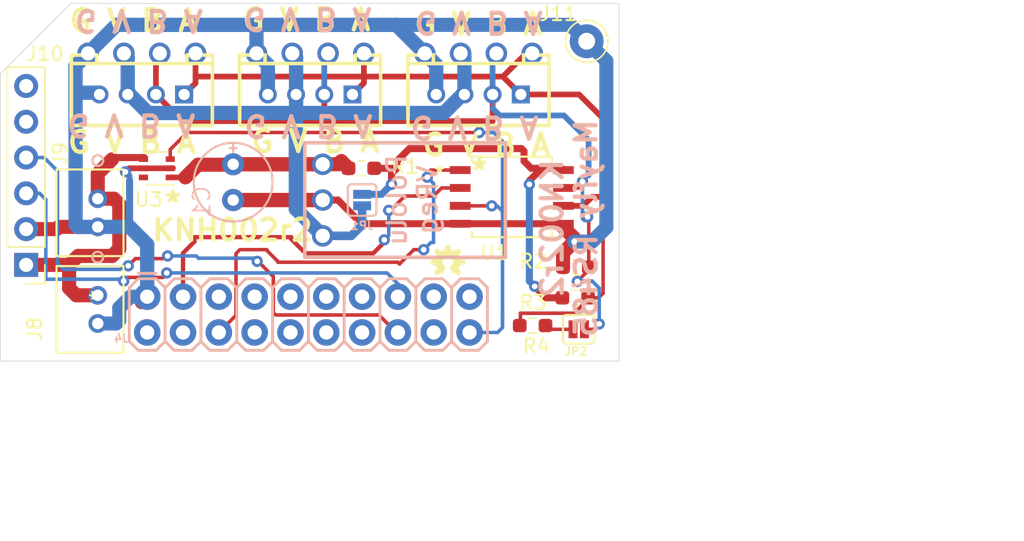
<source format=kicad_pcb>
(kicad_pcb (version 20171130) (host pcbnew "(5.1.7)-1")

  (general
    (thickness 1.6)
    (drawings 34)
    (tracks 281)
    (zones 0)
    (modules 22)
    (nets 31)
  )

  (page A4)
  (layers
    (0 Top signal)
    (31 Bottom signal)
    (32 B.Adhes user)
    (33 F.Adhes user)
    (34 B.Paste user hide)
    (35 F.Paste user hide)
    (36 B.SilkS user hide)
    (37 F.SilkS user)
    (38 B.Mask user)
    (39 F.Mask user)
    (40 Dwgs.User user)
    (41 Cmts.User user)
    (42 Eco1.User user)
    (43 Eco2.User user)
    (44 Edge.Cuts user)
    (45 Margin user)
    (46 B.CrtYd user)
    (47 F.CrtYd user)
    (48 B.Fab user)
    (49 F.Fab user hide)
  )

  (setup
    (last_trace_width 0.25)
    (trace_clearance 0.1524)
    (zone_clearance 0.508)
    (zone_45_only no)
    (trace_min 0.2)
    (via_size 0.8)
    (via_drill 0.4)
    (via_min_size 0.4)
    (via_min_drill 0.3)
    (uvia_size 0.3)
    (uvia_drill 0.1)
    (uvias_allowed no)
    (uvia_min_size 0.2)
    (uvia_min_drill 0.1)
    (edge_width 0.05)
    (segment_width 0.2)
    (pcb_text_width 0.3)
    (pcb_text_size 1.5 1.5)
    (mod_edge_width 0.12)
    (mod_text_size 1 1)
    (mod_text_width 0.15)
    (pad_size 0.65 0.4)
    (pad_drill 0)
    (pad_to_mask_clearance 0)
    (aux_axis_origin 0 0)
    (grid_origin 162.179 107.188)
    (visible_elements 7FFFFF3F)
    (pcbplotparams
      (layerselection 0x010fc_ffffffff)
      (usegerberextensions true)
      (usegerberattributes true)
      (usegerberadvancedattributes true)
      (creategerberjobfile true)
      (excludeedgelayer true)
      (linewidth 0.100000)
      (plotframeref false)
      (viasonmask false)
      (mode 1)
      (useauxorigin false)
      (hpglpennumber 1)
      (hpglpenspeed 20)
      (hpglpendiameter 15.000000)
      (psnegative false)
      (psa4output false)
      (plotreference true)
      (plotvalue true)
      (plotinvisibletext false)
      (padsonsilk false)
      (subtractmaskfromsilk false)
      (outputformat 1)
      (mirror false)
      (drillshape 0)
      (scaleselection 1)
      (outputdirectory "gerber/"))
  )

  (net 0 "")
  (net 1 GND)
  (net 2 /5V)
  (net 3 /12V)
  (net 4 /A+)
  (net 5 /B-)
  (net 6 /3V3)
  (net 7 /TX)
  (net 8 /RX)
  (net 9 "Net-(J4-Pad18)")
  (net 10 "Net-(J4-Pad17)")
  (net 11 "Net-(J4-Pad14)")
  (net 12 "Net-(J4-Pad13)")
  (net 13 "Net-(J4-Pad12)")
  (net 14 "Net-(J4-Pad11)")
  (net 15 "Net-(J4-Pad10)")
  (net 16 "Net-(J4-Pad9)")
  (net 17 "Net-(J4-Pad8)")
  (net 18 "Net-(J4-Pad7)")
  (net 19 "Net-(J4-Pad5)")
  (net 20 "Net-(J4-Pad4)")
  (net 21 "Net-(J4-Pad2)")
  (net 22 "Net-(J4-Pad19)")
  (net 23 /Vbstin)
  (net 24 /Vbat)
  (net 25 "Net-(J10-Pad6)")
  (net 26 /SDA)
  (net 27 /SCL)
  (net 28 /BatInt-)
  (net 29 "Net-(U3-Pad6)")
  (net 30 "Net-(JP2-Pad1)")

  (net_class Default "This is the default net class."
    (clearance 0.1524)
    (trace_width 0.25)
    (via_dia 0.8)
    (via_drill 0.4)
    (uvia_dia 0.3)
    (uvia_drill 0.1)
    (add_net /A+)
    (add_net /B-)
    (add_net /BatInt-)
    (add_net /RX)
    (add_net /SCL)
    (add_net /SDA)
    (add_net /TX)
    (add_net "Net-(J10-Pad6)")
    (add_net "Net-(J4-Pad10)")
    (add_net "Net-(J4-Pad11)")
    (add_net "Net-(J4-Pad12)")
    (add_net "Net-(J4-Pad13)")
    (add_net "Net-(J4-Pad14)")
    (add_net "Net-(J4-Pad17)")
    (add_net "Net-(J4-Pad18)")
    (add_net "Net-(J4-Pad19)")
    (add_net "Net-(J4-Pad2)")
    (add_net "Net-(J4-Pad4)")
    (add_net "Net-(J4-Pad5)")
    (add_net "Net-(J4-Pad7)")
    (add_net "Net-(J4-Pad8)")
    (add_net "Net-(J4-Pad9)")
    (add_net "Net-(JP2-Pad1)")
    (add_net "Net-(U3-Pad6)")
  )

  (net_class Power ""
    (clearance 0.1524)
    (trace_width 1)
    (via_dia 0.8)
    (via_drill 0.4)
    (uvia_dia 0.3)
    (uvia_drill 0.1)
    (add_net /12V)
    (add_net /3V3)
    (add_net /Vbat)
    (add_net /Vbstin)
    (add_net GND)
  )

  (net_class PwrMin ""
    (clearance 0.1524)
    (trace_width 0.5)
    (via_dia 0.8)
    (via_drill 0.4)
    (uvia_dia 0.3)
    (uvia_drill 0.1)
    (add_net /5V)
  )

  (module RS485_Mayfly:SMT-JUMPER_2_NO_SILK (layer Top) (tedit 0) (tstamp 5FA38174)
    (at 167.5854 115.443)
    (path /5FAE6906)
    (fp_text reference JP2 (at -0.1994 1.905) (layer F.SilkS)
      (effects (font (size 0.57912 0.57912) (thickness 0.115824)) (justify bottom))
    )
    (fp_text value JUMPER-SMT_2_NO_SILK (at 0 1.143) (layer F.Fab) hide
      (effects (font (size 0.57912 0.57912) (thickness 0.12192)) (justify top))
    )
    (fp_line (start 0.8636 1.016) (end -0.8636 1.016) (layer F.SilkS) (width 0.1524))
    (fp_line (start 1.1176 0.762) (end 1.1176 -0.762) (layer F.SilkS) (width 0.1524))
    (fp_line (start -1.1176 0.762) (end -1.1176 -0.762) (layer F.SilkS) (width 0.1524))
    (fp_line (start -0.8636 -1.016) (end 0.8636 -1.016) (layer F.SilkS) (width 0.1524))
    (fp_arc (start 0.8636 0.762) (end 0.8636 1.016) (angle -90) (layer F.SilkS) (width 0.1524))
    (fp_arc (start -0.8636 0.762) (end -1.1176 0.762) (angle -90) (layer F.SilkS) (width 0.1524))
    (fp_arc (start -0.8636 -0.762) (end -1.1176 -0.762) (angle 90) (layer F.SilkS) (width 0.1524))
    (fp_arc (start 0.8636 -0.762) (end 0.8636 -1.016) (angle 90) (layer F.SilkS) (width 0.1524))
    (pad 2 smd rect (at 0.4064 0) (size 0.635 1.27) (layers Top F.Mask)
      (net 5 /B-) (solder_mask_margin 0.1016))
    (pad 1 smd rect (at -0.4064 0) (size 0.635 1.27) (layers Top F.Mask)
      (net 30 "Net-(JP2-Pad1)") (solder_mask_margin 0.1016))
  )

  (module Resistor_SMD:R_0603_1608Metric_Pad0.98x0.95mm_HandSolder (layer Top) (tedit 5F68FEEE) (tstamp 5FA366F1)
    (at 164.3145 115.1763)
    (descr "Resistor SMD 0603 (1608 Metric), square (rectangular) end terminal, IPC_7351 nominal with elongated pad for handsoldering. (Body size source: IPC-SM-782 page 72, https://www.pcb-3d.com/wordpress/wp-content/uploads/ipc-sm-782a_amendment_1_and_2.pdf), generated with kicad-footprint-generator")
    (tags "resistor handsolder")
    (path /5FA3BC88)
    (attr smd)
    (fp_text reference R4 (at 0.2775 1.4478) (layer F.SilkS)
      (effects (font (size 1 1) (thickness 0.15)))
    )
    (fp_text value 120R (at 0 1.43) (layer F.Fab)
      (effects (font (size 1 1) (thickness 0.15)))
    )
    (fp_line (start -0.8 0.4125) (end -0.8 -0.4125) (layer F.Fab) (width 0.1))
    (fp_line (start -0.8 -0.4125) (end 0.8 -0.4125) (layer F.Fab) (width 0.1))
    (fp_line (start 0.8 -0.4125) (end 0.8 0.4125) (layer F.Fab) (width 0.1))
    (fp_line (start 0.8 0.4125) (end -0.8 0.4125) (layer F.Fab) (width 0.1))
    (fp_line (start -0.254724 -0.5225) (end 0.254724 -0.5225) (layer F.SilkS) (width 0.12))
    (fp_line (start -0.254724 0.5225) (end 0.254724 0.5225) (layer F.SilkS) (width 0.12))
    (fp_line (start -1.65 0.73) (end -1.65 -0.73) (layer F.CrtYd) (width 0.05))
    (fp_line (start -1.65 -0.73) (end 1.65 -0.73) (layer F.CrtYd) (width 0.05))
    (fp_line (start 1.65 -0.73) (end 1.65 0.73) (layer F.CrtYd) (width 0.05))
    (fp_line (start 1.65 0.73) (end -1.65 0.73) (layer F.CrtYd) (width 0.05))
    (fp_text user %R (at 0 0) (layer F.Fab)
      (effects (font (size 0.4 0.4) (thickness 0.06)))
    )
    (pad 2 smd roundrect (at 0.9125 0) (size 0.975 0.95) (layers Top F.Paste F.Mask) (roundrect_rratio 0.25)
      (net 30 "Net-(JP2-Pad1)"))
    (pad 1 smd roundrect (at -0.9125 0) (size 0.975 0.95) (layers Top F.Paste F.Mask) (roundrect_rratio 0.25)
      (net 4 /A+))
    (model ${KISYS3DMOD}/Resistor_SMD.3dshapes/R_0603_1608Metric.wrl
      (at (xyz 0 0 0))
      (scale (xyz 1 1 1))
      (rotate (xyz 0 0 0))
    )
  )

  (module Resistor_SMD:R_0603_1608Metric_Pad0.98x0.95mm_HandSolder (layer Top) (tedit 5F68FEEE) (tstamp 5FA366E0)
    (at 167.3371 113.2078)
    (descr "Resistor SMD 0603 (1608 Metric), square (rectangular) end terminal, IPC_7351 nominal with elongated pad for handsoldering. (Body size source: IPC-SM-782 page 72, https://www.pcb-3d.com/wordpress/wp-content/uploads/ipc-sm-782a_amendment_1_and_2.pdf), generated with kicad-footprint-generator")
    (tags "resistor handsolder")
    (path /5FA32FAE)
    (attr smd)
    (fp_text reference R3 (at -2.9991 0.3302) (layer F.SilkS)
      (effects (font (size 1 1) (thickness 0.15)))
    )
    (fp_text value 10K (at 0 1.43) (layer F.Fab)
      (effects (font (size 1 1) (thickness 0.15)))
    )
    (fp_line (start -0.8 0.4125) (end -0.8 -0.4125) (layer F.Fab) (width 0.1))
    (fp_line (start -0.8 -0.4125) (end 0.8 -0.4125) (layer F.Fab) (width 0.1))
    (fp_line (start 0.8 -0.4125) (end 0.8 0.4125) (layer F.Fab) (width 0.1))
    (fp_line (start 0.8 0.4125) (end -0.8 0.4125) (layer F.Fab) (width 0.1))
    (fp_line (start -0.254724 -0.5225) (end 0.254724 -0.5225) (layer F.SilkS) (width 0.12))
    (fp_line (start -0.254724 0.5225) (end 0.254724 0.5225) (layer F.SilkS) (width 0.12))
    (fp_line (start -1.65 0.73) (end -1.65 -0.73) (layer F.CrtYd) (width 0.05))
    (fp_line (start -1.65 -0.73) (end 1.65 -0.73) (layer F.CrtYd) (width 0.05))
    (fp_line (start 1.65 -0.73) (end 1.65 0.73) (layer F.CrtYd) (width 0.05))
    (fp_line (start 1.65 0.73) (end -1.65 0.73) (layer F.CrtYd) (width 0.05))
    (fp_text user %R (at 0 0) (layer F.Fab)
      (effects (font (size 0.4 0.4) (thickness 0.06)))
    )
    (pad 2 smd roundrect (at 0.9125 0) (size 0.975 0.95) (layers Top F.Paste F.Mask) (roundrect_rratio 0.25)
      (net 4 /A+))
    (pad 1 smd roundrect (at -0.9125 0) (size 0.975 0.95) (layers Top F.Paste F.Mask) (roundrect_rratio 0.25)
      (net 2 /5V))
    (model ${KISYS3DMOD}/Resistor_SMD.3dshapes/R_0603_1608Metric.wrl
      (at (xyz 0 0 0))
      (scale (xyz 1 1 1))
      (rotate (xyz 0 0 0))
    )
  )

  (module Resistor_SMD:R_0603_1608Metric_Pad0.98x0.95mm_HandSolder (layer Top) (tedit 5F68FEEE) (tstamp 5FA366CF)
    (at 167.386 111.0361)
    (descr "Resistor SMD 0603 (1608 Metric), square (rectangular) end terminal, IPC_7351 nominal with elongated pad for handsoldering. (Body size source: IPC-SM-782 page 72, https://www.pcb-3d.com/wordpress/wp-content/uploads/ipc-sm-782a_amendment_1_and_2.pdf), generated with kicad-footprint-generator")
    (tags "resistor handsolder")
    (path /5FA38473)
    (attr smd)
    (fp_text reference R2 (at -3.048 -0.4191) (layer F.SilkS)
      (effects (font (size 1 1) (thickness 0.15)))
    )
    (fp_text value 10K (at 0 1.43) (layer F.Fab)
      (effects (font (size 1 1) (thickness 0.15)))
    )
    (fp_line (start -0.8 0.4125) (end -0.8 -0.4125) (layer F.Fab) (width 0.1))
    (fp_line (start -0.8 -0.4125) (end 0.8 -0.4125) (layer F.Fab) (width 0.1))
    (fp_line (start 0.8 -0.4125) (end 0.8 0.4125) (layer F.Fab) (width 0.1))
    (fp_line (start 0.8 0.4125) (end -0.8 0.4125) (layer F.Fab) (width 0.1))
    (fp_line (start -0.254724 -0.5225) (end 0.254724 -0.5225) (layer F.SilkS) (width 0.12))
    (fp_line (start -0.254724 0.5225) (end 0.254724 0.5225) (layer F.SilkS) (width 0.12))
    (fp_line (start -1.65 0.73) (end -1.65 -0.73) (layer F.CrtYd) (width 0.05))
    (fp_line (start -1.65 -0.73) (end 1.65 -0.73) (layer F.CrtYd) (width 0.05))
    (fp_line (start 1.65 -0.73) (end 1.65 0.73) (layer F.CrtYd) (width 0.05))
    (fp_line (start 1.65 0.73) (end -1.65 0.73) (layer F.CrtYd) (width 0.05))
    (fp_text user %R (at 0 0) (layer F.Fab)
      (effects (font (size 0.4 0.4) (thickness 0.06)))
    )
    (pad 2 smd roundrect (at 0.9125 0) (size 0.975 0.95) (layers Top F.Paste F.Mask) (roundrect_rratio 0.25)
      (net 5 /B-))
    (pad 1 smd roundrect (at -0.9125 0) (size 0.975 0.95) (layers Top F.Paste F.Mask) (roundrect_rratio 0.25)
      (net 1 GND))
    (model ${KISYS3DMOD}/Resistor_SMD.3dshapes/R_0603_1608Metric.wrl
      (at (xyz 0 0 0))
      (scale (xyz 1 1 1))
      (rotate (xyz 0 0 0))
    )
  )

  (module Connector_Pin:Pin_D1.0mm_L10.0mm_LooseFit (layer Top) (tedit 5A1DC085) (tstamp 5FA2E092)
    (at 168.148 94.996)
    (descr "solder Pin_ diameter 1.0mm, hole diameter 1.2mm (loose fit), length 10.0mm")
    (tags "solder Pin_ loose fit")
    (path /5FA324EE)
    (fp_text reference J11 (at -2.0066 -1.9558) (layer F.SilkS)
      (effects (font (size 1 1) (thickness 0.15)))
    )
    (fp_text value Conn_01x01 (at 0 -2.05) (layer F.Fab)
      (effects (font (size 1 1) (thickness 0.15)))
    )
    (fp_circle (center 0 0) (end 1.7 0) (layer F.CrtYd) (width 0.05))
    (fp_circle (center 0 0) (end 0.5 0) (layer F.Fab) (width 0.12))
    (fp_circle (center 0 0) (end 1.2 0) (layer F.Fab) (width 0.12))
    (fp_circle (center 0 0) (end 1.5 0.05) (layer F.SilkS) (width 0.12))
    (fp_text user %R (at 0 2.25) (layer F.Fab)
      (effects (font (size 1 1) (thickness 0.15)))
    )
    (pad 1 thru_hole circle (at 0 0) (size 2.4 2.4) (drill 1.2) (layers *.Cu *.Mask)
      (net 1 GND))
    (model ${KISYS3DMOD}/Connector_Pin.3dshapes/Pin_D1.0mm_L10.0mm_LooseFit.wrl
      (at (xyz 0 0 0))
      (scale (xyz 1 1 1))
      (rotate (xyz 0 0 0))
    )
  )

  (module Connector_PinHeader_2.54mm:PinHeader_1x06_P2.54mm_Vertical (layer Top) (tedit 59FED5CC) (tstamp 5FA1C5DA)
    (at 128.397 110.871 180)
    (descr "Through hole straight pin header, 1x06, 2.54mm pitch, single row")
    (tags "Through hole pin header THT 1x06 2.54mm single row")
    (path /5FAB5174)
    (fp_text reference J10 (at -1.3335 14.986) (layer F.SilkS)
      (effects (font (size 1 1) (thickness 0.15)))
    )
    (fp_text value Conn_01x06 (at 0 15.03) (layer F.Fab)
      (effects (font (size 1 1) (thickness 0.15)))
    )
    (fp_line (start -0.635 -1.27) (end 1.27 -1.27) (layer F.Fab) (width 0.1))
    (fp_line (start 1.27 -1.27) (end 1.27 13.97) (layer F.Fab) (width 0.1))
    (fp_line (start 1.27 13.97) (end -1.27 13.97) (layer F.Fab) (width 0.1))
    (fp_line (start -1.27 13.97) (end -1.27 -0.635) (layer F.Fab) (width 0.1))
    (fp_line (start -1.27 -0.635) (end -0.635 -1.27) (layer F.Fab) (width 0.1))
    (fp_line (start -1.33 14.03) (end 1.33 14.03) (layer F.SilkS) (width 0.12))
    (fp_line (start -1.33 1.27) (end -1.33 14.03) (layer F.SilkS) (width 0.12))
    (fp_line (start 1.33 1.27) (end 1.33 14.03) (layer F.SilkS) (width 0.12))
    (fp_line (start -1.33 1.27) (end 1.33 1.27) (layer F.SilkS) (width 0.12))
    (fp_line (start -1.33 0) (end -1.33 -1.33) (layer F.SilkS) (width 0.12))
    (fp_line (start -1.33 -1.33) (end 0 -1.33) (layer F.SilkS) (width 0.12))
    (fp_line (start -1.8 -1.8) (end -1.8 14.5) (layer F.CrtYd) (width 0.05))
    (fp_line (start -1.8 14.5) (end 1.8 14.5) (layer F.CrtYd) (width 0.05))
    (fp_line (start 1.8 14.5) (end 1.8 -1.8) (layer F.CrtYd) (width 0.05))
    (fp_line (start 1.8 -1.8) (end -1.8 -1.8) (layer F.CrtYd) (width 0.05))
    (fp_text user %R (at 0 6.35 90) (layer F.Fab)
      (effects (font (size 1 1) (thickness 0.15)))
    )
    (pad 6 thru_hole oval (at 0 12.7 180) (size 1.7 1.7) (drill 1) (layers *.Cu *.Mask)
      (net 25 "Net-(J10-Pad6)"))
    (pad 5 thru_hole oval (at 0 10.16 180) (size 1.7 1.7) (drill 1) (layers *.Cu *.Mask)
      (net 28 /BatInt-))
    (pad 4 thru_hole oval (at 0 7.62 180) (size 1.7 1.7) (drill 1) (layers *.Cu *.Mask)
      (net 26 /SDA))
    (pad 3 thru_hole oval (at 0 5.08 180) (size 1.7 1.7) (drill 1) (layers *.Cu *.Mask)
      (net 27 /SCL))
    (pad 2 thru_hole oval (at 0 2.54 180) (size 1.7 1.7) (drill 1) (layers *.Cu *.Mask)
      (net 1 GND))
    (pad 1 thru_hole rect (at 0 0 180) (size 1.7 1.7) (drill 1) (layers *.Cu *.Mask)
      (net 24 /Vbat))
    (model ${KISYS3DMOD}/Connector_PinHeader_2.54mm.3dshapes/PinHeader_1x06_P2.54mm_Vertical.wrl
      (at (xyz 0 0 0))
      (scale (xyz 1 1 1))
      (rotate (xyz 0 0 0))
    )
  )

  (module RS485_Mayfly:B2B-PH-K-SLFSN (layer Top) (tedit 0) (tstamp 5FA225D2)
    (at 133.477 106.172 90)
    (path /5FAD8B14)
    (fp_text reference J9 (at 3.175 -2.667 90) (layer F.SilkS)
      (effects (font (size 1 1) (thickness 0.15)))
    )
    (fp_text value Conn_01x02 (at -1 0 90) (layer F.SilkS) hide
      (effects (font (size 1 1) (thickness 0.15)))
    )
    (fp_circle (center 0 1.905) (end 0.381 1.905) (layer F.Fab) (width 0.1524))
    (fp_circle (center 2.7084 0) (end 3.0894 0) (layer B.SilkS) (width 0.1524))
    (fp_circle (center 2.7084 0) (end 3.0894 0) (layer F.SilkS) (width 0.1524))
    (fp_line (start 2.2004 -3.053999) (end -4.2004 -3.053999) (layer F.CrtYd) (width 0.1524))
    (fp_line (start 2.2004 1.949801) (end 2.2004 -3.053999) (layer F.CrtYd) (width 0.1524))
    (fp_line (start -4.2004 1.949801) (end 2.2004 1.949801) (layer F.CrtYd) (width 0.1524))
    (fp_line (start -4.2004 -3.053999) (end -4.2004 1.949801) (layer F.CrtYd) (width 0.1524))
    (fp_line (start -3.9464 -2.799999) (end -3.9464 1.695801) (layer F.Fab) (width 0.1524))
    (fp_line (start 1.9464 -2.799999) (end -3.9464 -2.799999) (layer F.Fab) (width 0.1524))
    (fp_line (start 1.9464 1.695801) (end 1.9464 -2.799999) (layer F.Fab) (width 0.1524))
    (fp_line (start -3.9464 1.695801) (end 1.9464 1.695801) (layer F.Fab) (width 0.1524))
    (fp_line (start -4.0734 -2.926999) (end -4.0734 1.822801) (layer F.SilkS) (width 0.1524))
    (fp_line (start 2.0734 -2.926999) (end -4.0734 -2.926999) (layer F.SilkS) (width 0.1524))
    (fp_line (start 2.0734 1.822801) (end 2.0734 -2.926999) (layer F.SilkS) (width 0.1524))
    (fp_line (start -4.0734 1.822801) (end 2.0734 1.822801) (layer F.SilkS) (width 0.1524))
    (fp_text user * (at 0 0 90) (layer F.Fab) hide
      (effects (font (size 1 1) (thickness 0.15)))
    )
    (fp_text user * (at 0 0 90) (layer F.SilkS) hide
      (effects (font (size 1 1) (thickness 0.15)))
    )
    (fp_text user "Copyright 2016 Accelerated Designs. All rights reserved." (at 0 0 90) (layer Cmts.User) hide
      (effects (font (size 0.127 0.127) (thickness 0.002)))
    )
    (pad 2 thru_hole circle (at -2.000001 0 90) (size 1.3208 1.3208) (drill 0.8128) (layers *.Cu *.Mask)
      (net 1 GND))
    (pad 1 thru_hole circle (at 0.000001 0 90) (size 1.3208 1.3208) (drill 0.8128) (layers *.Cu *.Mask)
      (net 24 /Vbat))
  )

  (module RS485_Mayfly:E2,5-6E (layer Bottom) (tedit 0) (tstamp 5FA30B18)
    (at 143.0781 104.9986 270)
    (descr "<b>ELECTROLYTIC CAPACITOR</b><p>\ngrid 2.54 mm, diameter 6 mm")
    (path /24F56349)
    (fp_text reference C1 (at 2.667 1.524 90) (layer B.SilkS)
      (effects (font (size 1.2065 1.2065) (thickness 0.12065)) (justify right bottom mirror))
    )
    (fp_text value CPOL-EUE2,5-6E (at 2.667 -2.54 90) (layer B.Fab) hide
      (effects (font (size 1.2065 1.2065) (thickness 0.12065)) (justify right bottom mirror))
    )
    (fp_poly (pts (xy 0.254 -1.27) (xy 0.762 -1.27) (xy 0.762 1.27) (xy 0.254 1.27)) (layer B.Fab) (width 0))
    (fp_circle (center 0 0) (end 2.794 0) (layer B.SilkS) (width 0.1524))
    (fp_line (start 0.635 0) (end 1.651 0) (layer B.Fab) (width 0.1524))
    (fp_line (start -0.762 1.27) (end -0.762 0) (layer B.Fab) (width 0.1524))
    (fp_line (start -0.254 1.27) (end -0.762 1.27) (layer B.Fab) (width 0.1524))
    (fp_line (start -0.254 -1.27) (end -0.254 1.27) (layer B.Fab) (width 0.1524))
    (fp_line (start -0.762 -1.27) (end -0.254 -1.27) (layer B.Fab) (width 0.1524))
    (fp_line (start -0.762 0) (end -0.762 -1.27) (layer B.Fab) (width 0.1524))
    (fp_line (start -1.651 0) (end -0.762 0) (layer B.Fab) (width 0.1524))
    (fp_line (start -2.413 -0.254) (end -2.413 0.254) (layer B.SilkS) (width 0.1524))
    (fp_line (start -2.159 0) (end -2.667 0) (layer B.SilkS) (width 0.1524))
    (pad + thru_hole circle (at -1.27 0 270) (size 1.5748 1.5748) (drill 0.8128) (layers *.Cu *.Mask)
      (net 23 /Vbstin) (solder_mask_margin 0.1016))
    (pad - thru_hole circle (at 1.27 0 270) (size 1.5748 1.5748) (drill 0.8128) (layers *.Cu *.Mask)
      (net 1 GND) (solder_mask_margin 0.1016))
  )

  (module RS485_Mayfly:B2B-PH-K-SLFSN (layer Top) (tedit 0) (tstamp 5FA21611)
    (at 133.477 113.03 90)
    (path /5FAB79A1)
    (fp_text reference J8 (at -2.3876 -4.4704 90) (layer F.SilkS)
      (effects (font (size 1 1) (thickness 0.15)))
    )
    (fp_text value Conn_01x02 (at -1 0 90) (layer F.SilkS) hide
      (effects (font (size 1 1) (thickness 0.15)))
    )
    (fp_circle (center 0 1.905) (end 0.381 1.905) (layer F.Fab) (width 0.1524))
    (fp_circle (center 2.7084 0) (end 3.0894 0) (layer B.SilkS) (width 0.1524))
    (fp_circle (center 2.7084 0) (end 3.0894 0) (layer F.SilkS) (width 0.1524))
    (fp_line (start 2.2004 -3.053999) (end -4.2004 -3.053999) (layer F.CrtYd) (width 0.1524))
    (fp_line (start 2.2004 1.949801) (end 2.2004 -3.053999) (layer F.CrtYd) (width 0.1524))
    (fp_line (start -4.2004 1.949801) (end 2.2004 1.949801) (layer F.CrtYd) (width 0.1524))
    (fp_line (start -4.2004 -3.053999) (end -4.2004 1.949801) (layer F.CrtYd) (width 0.1524))
    (fp_line (start -3.9464 -2.799999) (end -3.9464 1.695801) (layer F.Fab) (width 0.1524))
    (fp_line (start 1.9464 -2.799999) (end -3.9464 -2.799999) (layer F.Fab) (width 0.1524))
    (fp_line (start 1.9464 1.695801) (end 1.9464 -2.799999) (layer F.Fab) (width 0.1524))
    (fp_line (start -3.9464 1.695801) (end 1.9464 1.695801) (layer F.Fab) (width 0.1524))
    (fp_line (start -4.0734 -2.926999) (end -4.0734 1.822801) (layer F.SilkS) (width 0.1524))
    (fp_line (start 2.0734 -2.926999) (end -4.0734 -2.926999) (layer F.SilkS) (width 0.1524))
    (fp_line (start 2.0734 1.822801) (end 2.0734 -2.926999) (layer F.SilkS) (width 0.1524))
    (fp_line (start -4.0734 1.822801) (end 2.0734 1.822801) (layer F.SilkS) (width 0.1524))
    (fp_text user * (at 0 0 90) (layer F.Fab)
      (effects (font (size 1 1) (thickness 0.15)))
    )
    (fp_text user * (at 0 0 90) (layer F.SilkS)
      (effects (font (size 1 1) (thickness 0.15)))
    )
    (fp_text user "Copyright 2016 Accelerated Designs. All rights reserved." (at 0 0 90) (layer Cmts.User)
      (effects (font (size 0.127 0.127) (thickness 0.002)))
    )
    (pad 2 thru_hole circle (at -2.000001 0 90) (size 1.3208 1.3208) (drill 0.8128) (layers *.Cu *.Mask)
      (net 1 GND))
    (pad 1 thru_hole circle (at 0.000001 0 90) (size 1.3208 1.3208) (drill 0.8128) (layers *.Cu *.Mask)
      (net 24 /Vbat))
  )

  (module RS485_Mayfly:MAX22025AWA&plus_ (layer Top) (tedit 5FA1A8BF) (tstamp 5FA1F1A6)
    (at 162.8394 106.045)
    (path /5FA37B1B)
    (fp_text reference U1 (at -1.2446 3.9624) (layer F.SilkS)
      (effects (font (size 1 1) (thickness 0.15)))
    )
    (fp_text value MAX22025AWA+ (at 0 0) (layer F.SilkS) hide
      (effects (font (size 1 1) (thickness 0.15)))
    )
    (fp_line (start -2.9591 2.4384) (end -4.6482 2.4384) (layer F.CrtYd) (width 0.1524))
    (fp_line (start -2.9591 2.9845) (end -2.9591 2.4384) (layer F.CrtYd) (width 0.1524))
    (fp_line (start 2.9591 2.9845) (end -2.9591 2.9845) (layer F.CrtYd) (width 0.1524))
    (fp_line (start 2.9591 2.4384) (end 2.9591 2.9845) (layer F.CrtYd) (width 0.1524))
    (fp_line (start 4.6482 2.4384) (end 2.9591 2.4384) (layer F.CrtYd) (width 0.1524))
    (fp_line (start 4.6482 -2.4384) (end 4.6482 2.4384) (layer F.CrtYd) (width 0.1524))
    (fp_line (start 2.9591 -2.4384) (end 4.6482 -2.4384) (layer F.CrtYd) (width 0.1524))
    (fp_line (start 2.9591 -2.9845) (end 2.9591 -2.4384) (layer F.CrtYd) (width 0.1524))
    (fp_line (start -2.9591 -2.9845) (end 2.9591 -2.9845) (layer F.CrtYd) (width 0.1524))
    (fp_line (start -2.9591 -2.4384) (end -2.9591 -2.9845) (layer F.CrtYd) (width 0.1524))
    (fp_line (start -4.6482 -2.4384) (end -2.9591 -2.4384) (layer F.CrtYd) (width 0.1524))
    (fp_line (start -4.6482 2.4384) (end -4.6482 -2.4384) (layer F.CrtYd) (width 0.1524))
    (fp_line (start 2.8321 -2.505044) (end 2.8321 -2.8575) (layer F.SilkS) (width 0.1524))
    (fp_line (start -2.8321 2.505044) (end -2.8321 2.8575) (layer F.SilkS) (width 0.1524))
    (fp_line (start -2.7051 -2.7305) (end -2.7051 2.7305) (layer F.Fab) (width 0.1524))
    (fp_line (start 2.7051 -2.7305) (end -2.7051 -2.7305) (layer F.Fab) (width 0.1524))
    (fp_line (start 2.7051 2.7305) (end 2.7051 -2.7305) (layer F.Fab) (width 0.1524))
    (fp_line (start -2.7051 2.7305) (end 2.7051 2.7305) (layer F.Fab) (width 0.1524))
    (fp_line (start -2.8321 -2.8575) (end -2.8321 -2.505044) (layer F.SilkS) (width 0.1524))
    (fp_line (start 2.8321 -2.8575) (end -2.8321 -2.8575) (layer F.SilkS) (width 0.1524))
    (fp_line (start 2.8321 2.8575) (end 2.8321 2.505044) (layer F.SilkS) (width 0.1524))
    (fp_line (start -2.8321 2.8575) (end 2.8321 2.8575) (layer F.SilkS) (width 0.1524))
    (fp_line (start 4.0386 -2.159) (end 2.7051 -2.159) (layer F.Fab) (width 0.1524))
    (fp_line (start 4.0386 -1.651) (end 4.0386 -2.159) (layer F.Fab) (width 0.1524))
    (fp_line (start 2.7051 -1.651) (end 4.0386 -1.651) (layer F.Fab) (width 0.1524))
    (fp_line (start 2.7051 -2.159) (end 2.7051 -1.651) (layer F.Fab) (width 0.1524))
    (fp_line (start 4.0386 -0.889) (end 2.7051 -0.889) (layer F.Fab) (width 0.1524))
    (fp_line (start 4.0386 -0.381) (end 4.0386 -0.889) (layer F.Fab) (width 0.1524))
    (fp_line (start 2.7051 -0.381) (end 4.0386 -0.381) (layer F.Fab) (width 0.1524))
    (fp_line (start 2.7051 -0.889) (end 2.7051 -0.381) (layer F.Fab) (width 0.1524))
    (fp_line (start 4.0386 0.381) (end 2.7051 0.381) (layer F.Fab) (width 0.1524))
    (fp_line (start 4.0386 0.889) (end 4.0386 0.381) (layer F.Fab) (width 0.1524))
    (fp_line (start 2.7051 0.889) (end 4.0386 0.889) (layer F.Fab) (width 0.1524))
    (fp_line (start 2.7051 0.381) (end 2.7051 0.889) (layer F.Fab) (width 0.1524))
    (fp_line (start 4.0386 1.651) (end 2.7051 1.651) (layer F.Fab) (width 0.1524))
    (fp_line (start 4.0386 2.159) (end 4.0386 1.651) (layer F.Fab) (width 0.1524))
    (fp_line (start 2.7051 2.159) (end 4.0386 2.159) (layer F.Fab) (width 0.1524))
    (fp_line (start 2.7051 1.651) (end 2.7051 2.159) (layer F.Fab) (width 0.1524))
    (fp_line (start -4.0386 2.159) (end -2.7051 2.159) (layer F.Fab) (width 0.1524))
    (fp_line (start -4.0386 1.651) (end -4.0386 2.159) (layer F.Fab) (width 0.1524))
    (fp_line (start -2.7051 1.651) (end -4.0386 1.651) (layer F.Fab) (width 0.1524))
    (fp_line (start -2.7051 2.159) (end -2.7051 1.651) (layer F.Fab) (width 0.1524))
    (fp_line (start -4.0386 0.889) (end -2.7051 0.889) (layer F.Fab) (width 0.1524))
    (fp_line (start -4.0386 0.381) (end -4.0386 0.889) (layer F.Fab) (width 0.1524))
    (fp_line (start -2.7051 0.381) (end -4.0386 0.381) (layer F.Fab) (width 0.1524))
    (fp_line (start -2.7051 0.889) (end -2.7051 0.381) (layer F.Fab) (width 0.1524))
    (fp_line (start -4.0386 -0.381) (end -2.7051 -0.381) (layer F.Fab) (width 0.1524))
    (fp_line (start -4.0386 -0.889) (end -4.0386 -0.381) (layer F.Fab) (width 0.1524))
    (fp_line (start -2.7051 -0.889) (end -4.0386 -0.889) (layer F.Fab) (width 0.1524))
    (fp_line (start -2.7051 -0.381) (end -2.7051 -0.889) (layer F.Fab) (width 0.1524))
    (fp_line (start -4.0386 -1.651) (end -2.7051 -1.651) (layer F.Fab) (width 0.1524))
    (fp_line (start -4.0386 -2.159) (end -4.0386 -1.651) (layer F.Fab) (width 0.1524))
    (fp_line (start -2.7051 -2.159) (end -4.0386 -2.159) (layer F.Fab) (width 0.1524))
    (fp_line (start -2.7051 -1.651) (end -2.7051 -2.159) (layer F.Fab) (width 0.1524))
    (fp_arc (start 0 -2.7305) (end 0.3048 -2.7305) (angle 180) (layer F.Fab) (width 0.1524))
    (fp_text user * (at -2.3241 -2.6543) (layer F.Fab)
      (effects (font (size 1 1) (thickness 0.15)))
    )
    (fp_text user * (at -5.1308 -1.6256) (layer F.SilkS)
      (effects (font (size 1 1) (thickness 0.15)))
    )
    (fp_text user 0.058in/1.473mm (at -3.6576 5.1435) (layer Dwgs.User) hide
      (effects (font (size 1 1) (thickness 0.15)))
    )
    (fp_text user 0.288in/7.315mm (at 0 -5.1435) (layer Dwgs.User) hide
      (effects (font (size 1 1) (thickness 0.15)))
    )
    (fp_text user 0.022in/0.559mm (at 6.7056 -1.905) (layer Dwgs.User) hide
      (effects (font (size 1 1) (thickness 0.15)))
    )
    (fp_text user 0.05in/1.27mm (at -6.7056 -1.27) (layer Dwgs.User) hide
      (effects (font (size 1 1) (thickness 0.15)))
    )
    (fp_text user * (at -2.3241 -2.6543) (layer F.Fab)
      (effects (font (size 1 1) (thickness 0.15)))
    )
    (fp_text user "Copyright 2016 Accelerated Designs. All rights reserved." (at 0 0) (layer Cmts.User)
      (effects (font (size 0.127 0.127) (thickness 0.002)))
    )
    (pad 8 smd rect (at 3.6576 -1.905) (size 1.4732 0.5588) (layers Top F.Paste F.Mask)
      (net 2 /5V))
    (pad 7 smd rect (at 3.6576 -0.635) (size 1.4732 0.5588) (layers Top F.Paste F.Mask)
      (net 5 /B-))
    (pad 6 smd rect (at 3.6576 0.635) (size 1.4732 0.5588) (layers Top F.Paste F.Mask)
      (net 4 /A+))
    (pad 5 smd rect (at 3.6576 1.905) (size 1.4732 0.5588) (layers Top F.Paste F.Mask)
      (net 1 GND))
    (pad 4 smd rect (at -3.6576 1.905) (size 1.4732 0.5588) (layers Top F.Paste F.Mask)
      (net 1 GND))
    (pad 3 smd rect (at -3.6576 0.635) (size 1.4732 0.5588) (layers Top F.Paste F.Mask)
      (net 6 /3V3))
    (pad 2 smd rect (at -3.6576 -0.635) (size 1.4732 0.5588) (layers Top F.Paste F.Mask)
      (net 7 /TX))
    (pad 1 smd rect (at -3.6576 -1.905) (size 1.4732 0.5588) (layers Top F.Paste F.Mask)
      (net 8 /RX))
  )

  (module Package_TO_SOT_SMD:SOT-363_SC-70-6 (layer Top) (tedit 5FA1E9D3) (tstamp 5FA1F144)
    (at 137.668 104.013 180)
    (descr "SOT-363, SC-70-6")
    (tags "SOT-363 SC-70-6")
    (path /5FA1CF58)
    (attr smd)
    (fp_text reference U3 (at 0.5715 -2.2225) (layer F.SilkS)
      (effects (font (size 1 1) (thickness 0.15)))
    )
    (fp_text value SiP32431DR3 (at -0.32 2.286 180) (layer F.Fab)
      (effects (font (size 1 1) (thickness 0.15)))
    )
    (fp_line (start -0.175 -1.1) (end -0.675 -0.6) (layer F.Fab) (width 0.1))
    (fp_line (start 0.675 1.1) (end -0.675 1.1) (layer F.Fab) (width 0.1))
    (fp_line (start 0.675 -1.1) (end 0.675 1.1) (layer F.Fab) (width 0.1))
    (fp_line (start -1.6 1.4) (end 1.6 1.4) (layer F.CrtYd) (width 0.05))
    (fp_line (start -0.675 -0.6) (end -0.675 1.1) (layer F.Fab) (width 0.1))
    (fp_line (start 0.675 -1.1) (end -0.175 -1.1) (layer F.Fab) (width 0.1))
    (fp_line (start -1.6 -1.4) (end 1.6 -1.4) (layer F.CrtYd) (width 0.05))
    (fp_line (start -1.6 -1.4) (end -1.6 1.4) (layer F.CrtYd) (width 0.05))
    (fp_line (start 1.6 1.4) (end 1.6 -1.4) (layer F.CrtYd) (width 0.05))
    (fp_line (start -0.7 1.16) (end 0.7 1.16) (layer F.SilkS) (width 0.12))
    (fp_line (start 0.7 -1.16) (end -1.2 -1.16) (layer F.SilkS) (width 0.12))
    (fp_text user %R (at 0 0 90) (layer F.Fab) hide
      (effects (font (size 0.5 0.5) (thickness 0.075)))
    )
    (pad 6 smd rect (at 0.95 -0.65 180) (size 0.65 0.4) (layers Top F.Paste F.Mask)
      (net 29 "Net-(U3-Pad6)"))
    (pad 4 smd rect (at 0.95 0.65 180) (size 0.65 0.4) (layers Top F.Paste F.Mask)
      (net 24 /Vbat))
    (pad 2 smd rect (at -0.95 0 180) (size 0.65 0.4) (layers Top F.Paste F.Mask)
      (net 1 GND))
    (pad 5 smd rect (at 0.95 0 180) (size 0.65 0.4) (layers Top F.Paste F.Mask)
      (net 1 GND))
    (pad 3 smd rect (at -0.95 0.65 180) (size 0.65 0.4) (layers Top F.Paste F.Mask)
      (net 6 /3V3))
    (pad 1 smd rect (at -0.95 -0.65 180) (size 0.65 0.4) (layers Top F.Paste F.Mask)
      (net 23 /Vbstin))
    (model ${KISYS3DMOD}/Package_TO_SOT_SMD.3dshapes/SOT-363_SC-70-6.wrl
      (at (xyz 0 0 0))
      (scale (xyz 1 1 1))
      (rotate (xyz 0 0 0))
    )
  )

  (module RS485_Mayfly:2.0_1X4 (layer Top) (tedit 0) (tstamp 5F8772E1)
    (at 136.6011 98.7756 180)
    (path /449C7C68)
    (fp_text reference J1 (at -4.8 -0.8) (layer F.Mask)
      (effects (font (size 0.77216 0.77216) (thickness 0.077216)) (justify left bottom))
    )
    (fp_text value TWIG-2.0-DIP (at -1.7019 -1.9354 180) (layer F.Fab) hide
      (effects (font (size 0.77216 0.77216) (thickness 0.08128)) (justify right top))
    )
    (fp_line (start 3.175 2.794) (end 4.953 2.794) (layer Dwgs.User) (width 0.254))
    (fp_line (start 3.175 2.159) (end 3.175 2.794) (layer Dwgs.User) (width 0.254))
    (fp_line (start 1.778 2.159) (end 3.175 2.159) (layer Dwgs.User) (width 0.254))
    (fp_line (start 1.778 4.191) (end 1.778 2.159) (layer Dwgs.User) (width 0.254))
    (fp_line (start -1.778 4.191) (end 1.778 4.191) (layer Dwgs.User) (width 0.254))
    (fp_line (start -1.778 2.159) (end -1.778 4.191) (layer Dwgs.User) (width 0.254))
    (fp_line (start -3.175 2.159) (end -1.778 2.159) (layer Dwgs.User) (width 0.254))
    (fp_line (start -3.175 2.794) (end -3.175 2.159) (layer Dwgs.User) (width 0.254))
    (fp_line (start -4.953 2.794) (end -3.175 2.794) (layer Dwgs.User) (width 0.254))
    (fp_line (start -5 2.8) (end -5 -2.2) (layer Dwgs.User) (width 0.254))
    (fp_line (start 5 -2.2) (end 5 2.8) (layer Dwgs.User) (width 0.254))
    (fp_line (start -5 -2.2) (end 5 -2.2) (layer Dwgs.User) (width 0.254))
    (fp_line (start 5 2.8) (end 5 2.2) (layer F.SilkS) (width 0.254))
    (fp_line (start 3.2 2.8) (end 5 2.8) (layer F.SilkS) (width 0.254))
    (fp_line (start 3.2 2.2) (end 3.2 2.8) (layer F.SilkS) (width 0.254))
    (fp_line (start 3.2 2.2) (end 5 2.2) (layer F.SilkS) (width 0.254))
    (fp_line (start -3.2 2.2) (end 3.2 2.2) (layer F.SilkS) (width 0.254))
    (fp_line (start -3.2 2.8) (end -3.2 2.2) (layer F.SilkS) (width 0.254))
    (fp_line (start -5 2.8) (end -3.2 2.8) (layer F.SilkS) (width 0.254))
    (fp_line (start -5 2.2) (end -5 2.8) (layer F.SilkS) (width 0.254))
    (fp_line (start -5 -2.2) (end 5 -2.2) (layer F.SilkS) (width 0.254))
    (fp_line (start 5 2.2) (end 5 -2.2) (layer F.SilkS) (width 0.254))
    (fp_line (start -5 2.2) (end -3.2 2.2) (layer F.SilkS) (width 0.254))
    (fp_line (start -5 -2.2) (end -5 2.2) (layer F.SilkS) (width 0.254))
    (fp_line (start 5 -1.5) (end 5 1.5) (layer F.SilkS) (width 0.254))
    (fp_line (start -5 -1) (end -5 1) (layer F.SilkS) (width 0.127))
    (pad 4 thru_hole circle (at 3 0 180) (size 1.27 1.27) (drill 0.8) (layers *.Cu *.Mask)
      (net 1 GND) (solder_mask_margin 0.1016))
    (pad 3 thru_hole circle (at 1 0 180) (size 1.27 1.27) (drill 0.8) (layers *.Cu *.Mask)
      (net 3 /12V) (solder_mask_margin 0.1016))
    (pad 2 thru_hole circle (at -1 0 180) (size 1.27 1.27) (drill 0.8) (layers *.Cu *.Mask)
      (net 5 /B-) (solder_mask_margin 0.1016))
    (pad 1 thru_hole rect (at -3 0 180) (size 1.27 1.27) (drill 0.8) (layers *.Cu *.Mask)
      (net 4 /A+) (solder_mask_margin 0.1016))
  )

  (module RS485_Mayfly:2.0_1X4 (layer Top) (tedit 0) (tstamp 5F877302)
    (at 148.5391 98.7756 180)
    (path /C3E76336)
    (fp_text reference J2 (at -4.8 -0.8) (layer F.Mask)
      (effects (font (size 0.77216 0.77216) (thickness 0.077216)) (justify left bottom))
    )
    (fp_text value TWIG-2.0-DIP (at -5.08 -3.81 180) (layer F.Fab) hide
      (effects (font (size 0.77216 0.77216) (thickness 0.08128)) (justify right top))
    )
    (fp_line (start 3.175 2.794) (end 4.953 2.794) (layer Dwgs.User) (width 0.254))
    (fp_line (start 3.175 2.159) (end 3.175 2.794) (layer Dwgs.User) (width 0.254))
    (fp_line (start 1.778 2.159) (end 3.175 2.159) (layer Dwgs.User) (width 0.254))
    (fp_line (start 1.778 4.191) (end 1.778 2.159) (layer Dwgs.User) (width 0.254))
    (fp_line (start -1.778 4.191) (end 1.778 4.191) (layer Dwgs.User) (width 0.254))
    (fp_line (start -1.778 2.159) (end -1.778 4.191) (layer Dwgs.User) (width 0.254))
    (fp_line (start -3.175 2.159) (end -1.778 2.159) (layer Dwgs.User) (width 0.254))
    (fp_line (start -3.175 2.794) (end -3.175 2.159) (layer Dwgs.User) (width 0.254))
    (fp_line (start -4.953 2.794) (end -3.175 2.794) (layer Dwgs.User) (width 0.254))
    (fp_line (start -5 2.8) (end -5 -2.2) (layer Dwgs.User) (width 0.254))
    (fp_line (start 5 -2.2) (end 5 2.8) (layer Dwgs.User) (width 0.254))
    (fp_line (start -5 -2.2) (end 5 -2.2) (layer Dwgs.User) (width 0.254))
    (fp_line (start 5 2.8) (end 5 2.2) (layer F.SilkS) (width 0.254))
    (fp_line (start 3.2 2.8) (end 5 2.8) (layer F.SilkS) (width 0.254))
    (fp_line (start 3.2 2.2) (end 3.2 2.8) (layer F.SilkS) (width 0.254))
    (fp_line (start 3.2 2.2) (end 5 2.2) (layer F.SilkS) (width 0.254))
    (fp_line (start -3.2 2.2) (end 3.2 2.2) (layer F.SilkS) (width 0.254))
    (fp_line (start -3.2 2.8) (end -3.2 2.2) (layer F.SilkS) (width 0.254))
    (fp_line (start -5 2.8) (end -3.2 2.8) (layer F.SilkS) (width 0.254))
    (fp_line (start -5 2.2) (end -5 2.8) (layer F.SilkS) (width 0.254))
    (fp_line (start -5 -2.2) (end 5 -2.2) (layer F.SilkS) (width 0.254))
    (fp_line (start 5 2.2) (end 5 -2.2) (layer F.SilkS) (width 0.254))
    (fp_line (start -5 2.2) (end -3.2 2.2) (layer F.SilkS) (width 0.254))
    (fp_line (start -5 -2.2) (end -5 2.2) (layer F.SilkS) (width 0.254))
    (fp_line (start 5 -1.5) (end 5 1.5) (layer F.SilkS) (width 0.254))
    (fp_line (start -5 -1) (end -5 1) (layer F.SilkS) (width 0.127))
    (pad 4 thru_hole circle (at 3 0 180) (size 1.27 1.27) (drill 0.8) (layers *.Cu *.Mask)
      (net 1 GND) (solder_mask_margin 0.1016))
    (pad 3 thru_hole circle (at 1 0 180) (size 1.27 1.27) (drill 0.8) (layers *.Cu *.Mask)
      (net 3 /12V) (solder_mask_margin 0.1016))
    (pad 2 thru_hole circle (at -1 0 180) (size 1.27 1.27) (drill 0.8) (layers *.Cu *.Mask)
      (net 5 /B-) (solder_mask_margin 0.1016))
    (pad 1 thru_hole rect (at -3 0 180) (size 1.27 1.27) (drill 0.8) (layers *.Cu *.Mask)
      (net 4 /A+) (solder_mask_margin 0.1016))
  )

  (module RS485_Mayfly:2X10 (layer Bottom) (tedit 0) (tstamp 5F877323)
    (at 136.9821 113.1266)
    (descr "<h3>Plated Through Hole - 2x10</h3>\n<p>Specifications:\n<ul><li>Pin count:20</li>\n<li>Pin pitch:0.1\"</li>\n</ul></p>\n<p>Example device(s):\n<ul><li>CONN_10x2</li>\n</ul></p>")
    (path /FA7CA15B)
    (fp_text reference J4 (at -2.413 3.302) (layer B.SilkS)
      (effects (font (size 0.57912 0.57912) (thickness 0.115824)) (justify right bottom mirror))
    )
    (fp_text value CONN_10X2 (at -1.27 -2.413) (layer B.Fab)
      (effects (font (size 0.57912 0.57912) (thickness 0.115824)) (justify right bottom mirror))
    )
    (fp_poly (pts (xy 22.606 -0.254) (xy 23.114 -0.254) (xy 23.114 0.254) (xy 22.606 0.254)) (layer B.Fab) (width 0))
    (fp_poly (pts (xy 22.606 2.286) (xy 23.114 2.286) (xy 23.114 2.794) (xy 22.606 2.794)) (layer B.Fab) (width 0))
    (fp_poly (pts (xy 20.066 -0.254) (xy 20.574 -0.254) (xy 20.574 0.254) (xy 20.066 0.254)) (layer B.Fab) (width 0))
    (fp_poly (pts (xy 20.066 2.286) (xy 20.574 2.286) (xy 20.574 2.794) (xy 20.066 2.794)) (layer B.Fab) (width 0))
    (fp_poly (pts (xy 17.526 -0.254) (xy 18.034 -0.254) (xy 18.034 0.254) (xy 17.526 0.254)) (layer B.Fab) (width 0))
    (fp_poly (pts (xy 17.526 2.286) (xy 18.034 2.286) (xy 18.034 2.794) (xy 17.526 2.794)) (layer B.Fab) (width 0))
    (fp_poly (pts (xy 14.986 -0.254) (xy 15.494 -0.254) (xy 15.494 0.254) (xy 14.986 0.254)) (layer B.Fab) (width 0))
    (fp_poly (pts (xy 14.986 2.286) (xy 15.494 2.286) (xy 15.494 2.794) (xy 14.986 2.794)) (layer B.Fab) (width 0))
    (fp_poly (pts (xy 12.446 -0.254) (xy 12.954 -0.254) (xy 12.954 0.254) (xy 12.446 0.254)) (layer B.Fab) (width 0))
    (fp_poly (pts (xy 9.906 -0.254) (xy 10.414 -0.254) (xy 10.414 0.254) (xy 9.906 0.254)) (layer B.Fab) (width 0))
    (fp_poly (pts (xy 7.366 -0.254) (xy 7.874 -0.254) (xy 7.874 0.254) (xy 7.366 0.254)) (layer B.Fab) (width 0))
    (fp_poly (pts (xy 12.446 2.286) (xy 12.954 2.286) (xy 12.954 2.794) (xy 12.446 2.794)) (layer B.Fab) (width 0))
    (fp_poly (pts (xy 9.906 2.286) (xy 10.414 2.286) (xy 10.414 2.794) (xy 9.906 2.794)) (layer B.Fab) (width 0))
    (fp_poly (pts (xy 7.366 2.286) (xy 7.874 2.286) (xy 7.874 2.794) (xy 7.366 2.794)) (layer B.Fab) (width 0))
    (fp_poly (pts (xy 4.826 -0.254) (xy 5.334 -0.254) (xy 5.334 0.254) (xy 4.826 0.254)) (layer B.Fab) (width 0))
    (fp_poly (pts (xy 4.826 2.286) (xy 5.334 2.286) (xy 5.334 2.794) (xy 4.826 2.794)) (layer B.Fab) (width 0))
    (fp_poly (pts (xy 2.286 -0.254) (xy 2.794 -0.254) (xy 2.794 0.254) (xy 2.286 0.254)) (layer B.Fab) (width 0))
    (fp_poly (pts (xy 2.286 2.286) (xy 2.794 2.286) (xy 2.794 2.794) (xy 2.286 2.794)) (layer B.Fab) (width 0))
    (fp_poly (pts (xy -0.254 2.286) (xy 0.254 2.286) (xy 0.254 2.794) (xy -0.254 2.794)) (layer B.Fab) (width 0))
    (fp_poly (pts (xy -0.254 -0.254) (xy 0.254 -0.254) (xy 0.254 0.254) (xy -0.254 0.254)) (layer B.Fab) (width 0))
    (fp_line (start -1.27 3.175) (end -0.635 3.81) (layer B.SilkS) (width 0.2032))
    (fp_line (start -1.27 -0.635) (end -1.27 3.175) (layer B.SilkS) (width 0.2032))
    (fp_line (start -1.27 -0.635) (end -0.635 -1.27) (layer B.SilkS) (width 0.2032))
    (fp_line (start -0.635 -1.651) (end 0.635 -1.651) (layer B.SilkS) (width 0.2032))
    (fp_line (start -0.635 -1.651) (end 0.635 -1.651) (layer B.SilkS) (width 0.2032))
    (fp_line (start 22.225 -1.27) (end 23.495 -1.27) (layer B.SilkS) (width 0.2032))
    (fp_line (start 24.13 3.175) (end 24.13 -0.635) (layer B.SilkS) (width 0.2032))
    (fp_line (start 21.59 -0.635) (end 22.225 -1.27) (layer B.SilkS) (width 0.2032))
    (fp_line (start 24.13 -0.635) (end 23.495 -1.27) (layer B.SilkS) (width 0.2032))
    (fp_line (start 23.495 3.81) (end 24.13 3.175) (layer B.SilkS) (width 0.2032))
    (fp_line (start 22.225 3.81) (end 23.495 3.81) (layer B.SilkS) (width 0.2032))
    (fp_line (start 21.59 3.175) (end 22.225 3.81) (layer B.SilkS) (width 0.2032))
    (fp_line (start -0.635 -1.27) (end 0.635 -1.27) (layer B.SilkS) (width 0.2032))
    (fp_line (start 1.905 -1.27) (end 3.175 -1.27) (layer B.SilkS) (width 0.2032))
    (fp_line (start 4.445 -1.27) (end 5.715 -1.27) (layer B.SilkS) (width 0.2032))
    (fp_line (start 6.985 -1.27) (end 8.255 -1.27) (layer B.SilkS) (width 0.2032))
    (fp_line (start 9.525 -1.27) (end 10.795 -1.27) (layer B.SilkS) (width 0.2032))
    (fp_line (start 12.065 -1.27) (end 13.335 -1.27) (layer B.SilkS) (width 0.2032))
    (fp_line (start 14.605 -1.27) (end 15.875 -1.27) (layer B.SilkS) (width 0.2032))
    (fp_line (start 17.145 -1.27) (end 18.415 -1.27) (layer B.SilkS) (width 0.2032))
    (fp_line (start 19.685 -1.27) (end 20.955 -1.27) (layer B.SilkS) (width 0.2032))
    (fp_line (start 21.59 3.175) (end 21.59 -0.635) (layer B.SilkS) (width 0.2032))
    (fp_line (start 19.05 3.175) (end 19.05 -0.635) (layer B.SilkS) (width 0.2032))
    (fp_line (start 16.51 3.175) (end 16.51 -0.635) (layer B.SilkS) (width 0.2032))
    (fp_line (start 13.97 3.175) (end 13.97 -0.635) (layer B.SilkS) (width 0.2032))
    (fp_line (start 11.43 3.175) (end 11.43 -0.635) (layer B.SilkS) (width 0.2032))
    (fp_line (start 8.89 3.175) (end 8.89 -0.635) (layer B.SilkS) (width 0.2032))
    (fp_line (start 6.35 3.175) (end 6.35 -0.635) (layer B.SilkS) (width 0.2032))
    (fp_line (start 3.81 3.175) (end 3.81 -0.635) (layer B.SilkS) (width 0.2032))
    (fp_line (start 1.27 3.175) (end 1.27 -0.635) (layer B.SilkS) (width 0.2032))
    (fp_line (start 13.97 -0.635) (end 14.605 -1.27) (layer B.SilkS) (width 0.2032))
    (fp_line (start 16.51 -0.635) (end 15.875 -1.27) (layer B.SilkS) (width 0.2032))
    (fp_line (start 16.51 -0.635) (end 17.145 -1.27) (layer B.SilkS) (width 0.2032))
    (fp_line (start 19.05 -0.635) (end 18.415 -1.27) (layer B.SilkS) (width 0.2032))
    (fp_line (start 19.05 -0.635) (end 19.685 -1.27) (layer B.SilkS) (width 0.2032))
    (fp_line (start 21.59 -0.635) (end 20.955 -1.27) (layer B.SilkS) (width 0.2032))
    (fp_line (start 20.955 3.81) (end 21.59 3.175) (layer B.SilkS) (width 0.2032))
    (fp_line (start 19.685 3.81) (end 20.955 3.81) (layer B.SilkS) (width 0.2032))
    (fp_line (start 19.05 3.175) (end 19.685 3.81) (layer B.SilkS) (width 0.2032))
    (fp_line (start 18.415 3.81) (end 19.05 3.175) (layer B.SilkS) (width 0.2032))
    (fp_line (start 17.145 3.81) (end 18.415 3.81) (layer B.SilkS) (width 0.2032))
    (fp_line (start 16.51 3.175) (end 17.145 3.81) (layer B.SilkS) (width 0.2032))
    (fp_line (start 15.875 3.81) (end 16.51 3.175) (layer B.SilkS) (width 0.2032))
    (fp_line (start 14.605 3.81) (end 15.875 3.81) (layer B.SilkS) (width 0.2032))
    (fp_line (start 13.97 3.175) (end 14.605 3.81) (layer B.SilkS) (width 0.2032))
    (fp_line (start 13.335 3.81) (end 13.97 3.175) (layer B.SilkS) (width 0.2032))
    (fp_line (start 12.065 3.81) (end 13.335 3.81) (layer B.SilkS) (width 0.2032))
    (fp_line (start 11.43 3.175) (end 12.065 3.81) (layer B.SilkS) (width 0.2032))
    (fp_line (start 10.795 3.81) (end 11.43 3.175) (layer B.SilkS) (width 0.2032))
    (fp_line (start 9.525 3.81) (end 10.795 3.81) (layer B.SilkS) (width 0.2032))
    (fp_line (start 8.89 3.175) (end 9.525 3.81) (layer B.SilkS) (width 0.2032))
    (fp_line (start 8.255 3.81) (end 8.89 3.175) (layer B.SilkS) (width 0.2032))
    (fp_line (start 6.985 3.81) (end 8.255 3.81) (layer B.SilkS) (width 0.2032))
    (fp_line (start 6.35 3.175) (end 6.985 3.81) (layer B.SilkS) (width 0.2032))
    (fp_line (start 5.715 3.81) (end 6.35 3.175) (layer B.SilkS) (width 0.2032))
    (fp_line (start 4.445 3.81) (end 5.715 3.81) (layer B.SilkS) (width 0.2032))
    (fp_line (start 3.81 3.175) (end 4.445 3.81) (layer B.SilkS) (width 0.2032))
    (fp_line (start 3.175 3.81) (end 3.81 3.175) (layer B.SilkS) (width 0.2032))
    (fp_line (start 1.905 3.81) (end 3.175 3.81) (layer B.SilkS) (width 0.2032))
    (fp_line (start 1.27 3.175) (end 1.905 3.81) (layer B.SilkS) (width 0.2032))
    (fp_line (start 0.635 3.81) (end 1.27 3.175) (layer B.SilkS) (width 0.2032))
    (fp_line (start -0.635 3.81) (end 0.635 3.81) (layer B.SilkS) (width 0.2032))
    (fp_line (start 13.335 -1.27) (end 13.97 -0.635) (layer B.SilkS) (width 0.2032))
    (fp_line (start 11.43 -0.635) (end 12.065 -1.27) (layer B.SilkS) (width 0.2032))
    (fp_line (start 10.795 -1.27) (end 11.43 -0.635) (layer B.SilkS) (width 0.2032))
    (fp_line (start 8.89 -0.635) (end 9.525 -1.27) (layer B.SilkS) (width 0.2032))
    (fp_line (start 8.255 -1.27) (end 8.89 -0.635) (layer B.SilkS) (width 0.2032))
    (fp_line (start 6.35 -0.635) (end 6.985 -1.27) (layer B.SilkS) (width 0.2032))
    (fp_line (start 5.715 -1.27) (end 6.35 -0.635) (layer B.SilkS) (width 0.2032))
    (fp_line (start 3.81 -0.635) (end 4.445 -1.27) (layer B.SilkS) (width 0.2032))
    (fp_line (start 3.175 -1.27) (end 3.81 -0.635) (layer B.SilkS) (width 0.2032))
    (fp_line (start 1.27 -0.635) (end 1.905 -1.27) (layer B.SilkS) (width 0.2032))
    (fp_line (start 0.635 -1.27) (end 1.27 -0.635) (layer B.SilkS) (width 0.2032))
    (pad 20 thru_hole circle (at 22.86 2.54) (size 1.8796 1.8796) (drill 1.016) (layers *.Cu *.Mask)
      (net 6 /3V3) (solder_mask_margin 0.1016))
    (pad 19 thru_hole circle (at 22.86 0) (size 1.8796 1.8796) (drill 1.016) (layers *.Cu *.Mask)
      (net 22 "Net-(J4-Pad19)") (solder_mask_margin 0.1016))
    (pad 18 thru_hole circle (at 20.32 2.54) (size 1.8796 1.8796) (drill 1.016) (layers *.Cu *.Mask)
      (net 9 "Net-(J4-Pad18)") (solder_mask_margin 0.1016))
    (pad 17 thru_hole circle (at 20.32 0) (size 1.8796 1.8796) (drill 1.016) (layers *.Cu *.Mask)
      (net 10 "Net-(J4-Pad17)") (solder_mask_margin 0.1016))
    (pad 16 thru_hole circle (at 17.78 2.54) (size 1.8796 1.8796) (drill 1.016) (layers *.Cu *.Mask)
      (net 26 /SDA) (solder_mask_margin 0.1016))
    (pad 15 thru_hole circle (at 17.78 0) (size 1.8796 1.8796) (drill 1.016) (layers *.Cu *.Mask)
      (net 27 /SCL) (solder_mask_margin 0.1016))
    (pad 14 thru_hole circle (at 15.24 2.54) (size 1.8796 1.8796) (drill 1.016) (layers *.Cu *.Mask)
      (net 11 "Net-(J4-Pad14)") (solder_mask_margin 0.1016))
    (pad 13 thru_hole circle (at 15.24 0) (size 1.8796 1.8796) (drill 1.016) (layers *.Cu *.Mask)
      (net 12 "Net-(J4-Pad13)") (solder_mask_margin 0.1016))
    (pad 12 thru_hole circle (at 12.7 2.54) (size 1.8796 1.8796) (drill 1.016) (layers *.Cu *.Mask)
      (net 13 "Net-(J4-Pad12)") (solder_mask_margin 0.1016))
    (pad 11 thru_hole circle (at 12.7 0) (size 1.8796 1.8796) (drill 1.016) (layers *.Cu *.Mask)
      (net 14 "Net-(J4-Pad11)") (solder_mask_margin 0.1016))
    (pad 10 thru_hole circle (at 10.16 2.54) (size 1.8796 1.8796) (drill 1.016) (layers *.Cu *.Mask)
      (net 15 "Net-(J4-Pad10)") (solder_mask_margin 0.1016))
    (pad 9 thru_hole circle (at 10.16 0) (size 1.8796 1.8796) (drill 1.016) (layers *.Cu *.Mask)
      (net 16 "Net-(J4-Pad9)") (solder_mask_margin 0.1016))
    (pad 8 thru_hole circle (at 7.62 2.54) (size 1.8796 1.8796) (drill 1.016) (layers *.Cu *.Mask)
      (net 17 "Net-(J4-Pad8)") (solder_mask_margin 0.1016))
    (pad 7 thru_hole circle (at 7.62 0) (size 1.8796 1.8796) (drill 1.016) (layers *.Cu *.Mask)
      (net 18 "Net-(J4-Pad7)") (solder_mask_margin 0.1016))
    (pad 6 thru_hole circle (at 5.08 2.54) (size 1.8796 1.8796) (drill 1.016) (layers *.Cu *.Mask)
      (net 8 /RX) (solder_mask_margin 0.1016))
    (pad 5 thru_hole circle (at 5.08 0) (size 1.8796 1.8796) (drill 1.016) (layers *.Cu *.Mask)
      (net 19 "Net-(J4-Pad5)") (solder_mask_margin 0.1016))
    (pad 4 thru_hole circle (at 2.54 2.54) (size 1.8796 1.8796) (drill 1.016) (layers *.Cu *.Mask)
      (net 20 "Net-(J4-Pad4)") (solder_mask_margin 0.1016))
    (pad 3 thru_hole circle (at 2.54 0) (size 1.8796 1.8796) (drill 1.016) (layers *.Cu *.Mask)
      (net 7 /TX) (solder_mask_margin 0.1016))
    (pad 2 thru_hole circle (at 0 2.54) (size 1.8796 1.8796) (drill 1.016) (layers *.Cu *.Mask)
      (net 21 "Net-(J4-Pad2)") (solder_mask_margin 0.1016))
    (pad 1 thru_hole circle (at 0 0) (size 1.8796 1.8796) (drill 1.016) (layers *.Cu *.Mask)
      (net 1 GND) (solder_mask_margin 0.1016))
  )

  (module RS485_Mayfly:POLOLU_REG locked (layer Bottom) (tedit 0) (tstamp 5F877397)
    (at 149.4281 106.2686 90)
    (path /92F3DB86)
    (fp_text reference U2 (at 0 0 90) (layer B.SilkS) hide
      (effects (font (size 1.27 1.27) (thickness 0.15)) (justify mirror))
    )
    (fp_text value 12v (at 0 0 90) (layer B.SilkS) hide
      (effects (font (size 1.27 1.27) (thickness 0.15)) (justify mirror))
    )
    (fp_line (start 4.064 12.954) (end -4.064 12.954) (layer B.SilkS) (width 0.254))
    (fp_line (start 4.064 -1.27) (end 4.064 12.954) (layer B.SilkS) (width 0.254))
    (fp_line (start -4.064 -1.27) (end 4.064 -1.27) (layer B.SilkS) (width 0.254))
    (fp_line (start -4.064 12.954) (end -4.064 -1.27) (layer B.SilkS) (width 0.254))
    (fp_text user "Pololu\nVReg" (at 0 6.35 90) (layer B.SilkS)
      (effects (font (size 1.35128 1.35128) (thickness 0.21336)) (justify mirror))
    )
    (pad VOUT thru_hole circle (at -2.54 0 90) (size 1.524 1.524) (drill 1.016) (layers *.Cu *.Mask)
      (net 3 /12V) (solder_mask_margin 0.1016))
    (pad GND thru_hole circle (at 0 0 90) (size 1.524 1.524) (drill 1.016) (layers *.Cu *.Mask)
      (net 1 GND) (solder_mask_margin 0.1016))
    (pad VIN thru_hole circle (at 2.54 0 90) (size 1.524 1.524) (drill 1.016) (layers *.Cu *.Mask)
      (net 23 /Vbstin) (solder_mask_margin 0.1016))
  )

  (module RS485_Mayfly:2.0_1X4 (layer Top) (tedit 0) (tstamp 5F8773B0)
    (at 160.4771 98.7756 180)
    (path /B665FDA9)
    (fp_text reference J3 (at -5.5119 0.7316) (layer F.Mask)
      (effects (font (size 0.77216 0.77216) (thickness 0.077216)) (justify left bottom))
    )
    (fp_text value TWIG-2.0-DIP (at -5.08 -3.81 180) (layer F.Fab) hide
      (effects (font (size 0.77216 0.77216) (thickness 0.08128)) (justify right top))
    )
    (fp_line (start 3.175 2.794) (end 4.953 2.794) (layer Dwgs.User) (width 0.254))
    (fp_line (start 3.175 2.159) (end 3.175 2.794) (layer Dwgs.User) (width 0.254))
    (fp_line (start 1.778 2.159) (end 3.175 2.159) (layer Dwgs.User) (width 0.254))
    (fp_line (start 1.778 4.191) (end 1.778 2.159) (layer Dwgs.User) (width 0.254))
    (fp_line (start -1.778 4.191) (end 1.778 4.191) (layer Dwgs.User) (width 0.254))
    (fp_line (start -1.778 2.159) (end -1.778 4.191) (layer Dwgs.User) (width 0.254))
    (fp_line (start -3.175 2.159) (end -1.778 2.159) (layer Dwgs.User) (width 0.254))
    (fp_line (start -3.175 2.794) (end -3.175 2.159) (layer Dwgs.User) (width 0.254))
    (fp_line (start -4.953 2.794) (end -3.175 2.794) (layer Dwgs.User) (width 0.254))
    (fp_line (start -5 2.8) (end -5 -2.2) (layer Dwgs.User) (width 0.254))
    (fp_line (start 5 -2.2) (end 5 2.8) (layer Dwgs.User) (width 0.254))
    (fp_line (start -5 -2.2) (end 5 -2.2) (layer Dwgs.User) (width 0.254))
    (fp_line (start 5 2.8) (end 5 2.2) (layer F.SilkS) (width 0.254))
    (fp_line (start 3.2 2.8) (end 5 2.8) (layer F.SilkS) (width 0.254))
    (fp_line (start 3.2 2.2) (end 3.2 2.8) (layer F.SilkS) (width 0.254))
    (fp_line (start 3.2 2.2) (end 5 2.2) (layer F.SilkS) (width 0.254))
    (fp_line (start -3.2 2.2) (end 3.2 2.2) (layer F.SilkS) (width 0.254))
    (fp_line (start -3.2 2.8) (end -3.2 2.2) (layer F.SilkS) (width 0.254))
    (fp_line (start -5 2.8) (end -3.2 2.8) (layer F.SilkS) (width 0.254))
    (fp_line (start -5 2.2) (end -5 2.8) (layer F.SilkS) (width 0.254))
    (fp_line (start -5 -2.2) (end 5 -2.2) (layer F.SilkS) (width 0.254))
    (fp_line (start 5 2.2) (end 5 -2.2) (layer F.SilkS) (width 0.254))
    (fp_line (start -5 2.2) (end -3.2 2.2) (layer F.SilkS) (width 0.254))
    (fp_line (start -5 -2.2) (end -5 2.2) (layer F.SilkS) (width 0.254))
    (fp_line (start 5 -1.5) (end 5 1.5) (layer F.SilkS) (width 0.254))
    (fp_line (start -5 -1) (end -5 1) (layer F.SilkS) (width 0.127))
    (pad 4 thru_hole circle (at 3 0 180) (size 1.27 1.27) (drill 0.8) (layers *.Cu *.Mask)
      (net 1 GND) (solder_mask_margin 0.1016))
    (pad 3 thru_hole circle (at 1 0 180) (size 1.27 1.27) (drill 0.8) (layers *.Cu *.Mask)
      (net 3 /12V) (solder_mask_margin 0.1016))
    (pad 2 thru_hole circle (at -1 0 180) (size 1.27 1.27) (drill 0.8) (layers *.Cu *.Mask)
      (net 5 /B-) (solder_mask_margin 0.1016))
    (pad 1 thru_hole rect (at -3 0 180) (size 1.27 1.27) (drill 0.8) (layers *.Cu *.Mask)
      (net 4 /A+) (solder_mask_margin 0.1016))
  )

  (module RS485_Mayfly:1X04_NOSILK (layer Top) (tedit 0) (tstamp 5F8773D1)
    (at 136.6011 95.8546 180)
    (descr "<h3>Plated Through Hole - 4 Pin</h3>\n<p>Specifications:\n<ul><li>Pin count:4</li>\n<li>Pin pitch:0.1\"</li>\n</ul></p>\n<p>Example device(s):\n<ul><li>CONN_04</li>\n</ul></p>")
    (path /9949F14D)
    (fp_text reference J5 (at -1.27 -1.397 180) (layer F.SilkS) hide
      (effects (font (size 0.57912 0.57912) (thickness 0.12192)) (justify right top))
    )
    (fp_text value CONN_42.54_NOSILK (at -1.27 2.032 180) (layer F.Fab) hide
      (effects (font (size 0.57912 0.57912) (thickness 0.12192)) (justify right top))
    )
    (fp_poly (pts (xy -4.064 0.254) (xy -3.556 0.254) (xy -3.556 -0.254) (xy -4.064 -0.254)) (layer F.Fab) (width 0))
    (fp_poly (pts (xy -1.524 0.254) (xy -1.016 0.254) (xy -1.016 -0.254) (xy -1.524 -0.254)) (layer F.Fab) (width 0))
    (fp_poly (pts (xy 1.016 0.254) (xy 1.524 0.254) (xy 1.524 -0.254) (xy 1.016 -0.254)) (layer F.Fab) (width 0))
    (fp_poly (pts (xy 3.556 0.254) (xy 4.064 0.254) (xy 4.064 -0.254) (xy 3.556 -0.254)) (layer F.Fab) (width 0))
    (pad 4 thru_hole circle (at 3.81 0 270) (size 1.524 1.524) (drill 1.016) (layers *.Cu *.Mask)
      (net 1 GND) (solder_mask_margin 0.1016))
    (pad 3 thru_hole circle (at 1.27 0 270) (size 1.524 1.524) (drill 1.016) (layers *.Cu *.Mask)
      (net 3 /12V) (solder_mask_margin 0.1016))
    (pad 2 thru_hole circle (at -1.27 0 270) (size 1.524 1.524) (drill 1.016) (layers *.Cu *.Mask)
      (net 5 /B-) (solder_mask_margin 0.1016))
    (pad 1 thru_hole circle (at -3.81 0 270) (size 1.524 1.524) (drill 1.016) (layers *.Cu *.Mask)
      (net 4 /A+) (solder_mask_margin 0.1016))
  )

  (module RS485_Mayfly:1X04_NOSILK (layer Top) (tedit 0) (tstamp 5F8773DC)
    (at 148.5391 95.8546 180)
    (descr "<h3>Plated Through Hole - 4 Pin</h3>\n<p>Specifications:\n<ul><li>Pin count:4</li>\n<li>Pin pitch:0.1\"</li>\n</ul></p>\n<p>Example device(s):\n<ul><li>CONN_04</li>\n</ul></p>")
    (path /234999B7)
    (fp_text reference J6 (at -1.27 -1.397 180) (layer F.SilkS) hide
      (effects (font (size 0.57912 0.57912) (thickness 0.12192)) (justify right top))
    )
    (fp_text value CONN_42.54_NOSILK (at -1.27 2.032 180) (layer F.Fab) hide
      (effects (font (size 0.57912 0.57912) (thickness 0.12192)) (justify right top))
    )
    (fp_poly (pts (xy -4.064 0.254) (xy -3.556 0.254) (xy -3.556 -0.254) (xy -4.064 -0.254)) (layer F.Fab) (width 0))
    (fp_poly (pts (xy -1.524 0.254) (xy -1.016 0.254) (xy -1.016 -0.254) (xy -1.524 -0.254)) (layer F.Fab) (width 0))
    (fp_poly (pts (xy 1.016 0.254) (xy 1.524 0.254) (xy 1.524 -0.254) (xy 1.016 -0.254)) (layer F.Fab) (width 0))
    (fp_poly (pts (xy 3.556 0.254) (xy 4.064 0.254) (xy 4.064 -0.254) (xy 3.556 -0.254)) (layer F.Fab) (width 0))
    (pad 4 thru_hole circle (at 3.81 0 270) (size 1.524 1.524) (drill 1.016) (layers *.Cu *.Mask)
      (net 1 GND) (solder_mask_margin 0.1016))
    (pad 3 thru_hole circle (at 1.27 0 270) (size 1.524 1.524) (drill 1.016) (layers *.Cu *.Mask)
      (net 3 /12V) (solder_mask_margin 0.1016))
    (pad 2 thru_hole circle (at -1.27 0 270) (size 1.524 1.524) (drill 1.016) (layers *.Cu *.Mask)
      (net 5 /B-) (solder_mask_margin 0.1016))
    (pad 1 thru_hole circle (at -3.81 0 270) (size 1.524 1.524) (drill 1.016) (layers *.Cu *.Mask)
      (net 4 /A+) (solder_mask_margin 0.1016))
  )

  (module RS485_Mayfly:1X04_NOSILK (layer Top) (tedit 0) (tstamp 5FA238C9)
    (at 160.4771 95.8546 180)
    (descr "<h3>Plated Through Hole - 4 Pin</h3>\n<p>Specifications:\n<ul><li>Pin count:4</li>\n<li>Pin pitch:0.1\"</li>\n</ul></p>\n<p>Example device(s):\n<ul><li>CONN_04</li>\n</ul></p>")
    (path /74681F62)
    (fp_text reference J7 (at -1.27 -1.397 180) (layer F.SilkS) hide
      (effects (font (size 0.57912 0.57912) (thickness 0.12192)) (justify right top))
    )
    (fp_text value CONN_42.54_NOSILK (at -1.27 2.032 180) (layer F.Fab) hide
      (effects (font (size 0.57912 0.57912) (thickness 0.12192)) (justify right top))
    )
    (fp_poly (pts (xy -4.064 0.254) (xy -3.556 0.254) (xy -3.556 -0.254) (xy -4.064 -0.254)) (layer F.Fab) (width 0))
    (fp_poly (pts (xy -1.524 0.254) (xy -1.016 0.254) (xy -1.016 -0.254) (xy -1.524 -0.254)) (layer F.Fab) (width 0))
    (fp_poly (pts (xy 1.016 0.254) (xy 1.524 0.254) (xy 1.524 -0.254) (xy 1.016 -0.254)) (layer F.Fab) (width 0))
    (fp_poly (pts (xy 3.556 0.254) (xy 4.064 0.254) (xy 4.064 -0.254) (xy 3.556 -0.254)) (layer F.Fab) (width 0))
    (pad 4 thru_hole circle (at 3.81 0 270) (size 1.524 1.524) (drill 1.016) (layers *.Cu *.Mask)
      (net 1 GND) (solder_mask_margin 0.1016))
    (pad 3 thru_hole circle (at 1.27 0 270) (size 1.524 1.524) (drill 1.016) (layers *.Cu *.Mask)
      (net 3 /12V) (solder_mask_margin 0.1016))
    (pad 2 thru_hole circle (at -1.27 0 270) (size 1.524 1.524) (drill 1.016) (layers *.Cu *.Mask)
      (net 5 /B-) (solder_mask_margin 0.1016))
    (pad 1 thru_hole circle (at -3.81 0 270) (size 1.524 1.524) (drill 1.016) (layers *.Cu *.Mask)
      (net 4 /A+) (solder_mask_margin 0.1016))
  )

  (module RS485_Mayfly:SMT-JUMPER_2_NO_SILK (layer Bottom) (tedit 0) (tstamp 5F8773F2)
    (at 152.2221 106.2686 90)
    (path /0B60073D)
    (fp_text reference JP1 (at -2.159 0 180) (layer B.SilkS)
      (effects (font (size 0.57912 0.57912) (thickness 0.115824)) (justify bottom mirror))
    )
    (fp_text value JUMPER-SMT_2_NO_SILK (at 0 -1.143 90) (layer B.Fab) hide
      (effects (font (size 0.57912 0.57912) (thickness 0.12192)) (justify top mirror))
    )
    (fp_line (start -0.8636 1.016) (end 0.8636 1.016) (layer B.SilkS) (width 0.1524))
    (fp_line (start -1.1176 -0.762) (end -1.1176 0.762) (layer B.SilkS) (width 0.1524))
    (fp_line (start 1.1176 -0.762) (end 1.1176 0.762) (layer B.SilkS) (width 0.1524))
    (fp_line (start 0.8636 -1.016) (end -0.8636 -1.016) (layer B.SilkS) (width 0.1524))
    (fp_arc (start 0.8636 -0.762) (end 0.8636 -1.016) (angle 90) (layer B.SilkS) (width 0.1524))
    (fp_arc (start -0.8636 -0.762) (end -1.1176 -0.762) (angle 90) (layer B.SilkS) (width 0.1524))
    (fp_arc (start -0.8636 0.762) (end -1.1176 0.762) (angle -90) (layer B.SilkS) (width 0.1524))
    (fp_arc (start 0.8636 0.762) (end 0.8636 1.016) (angle -90) (layer B.SilkS) (width 0.1524))
    (pad 2 smd rect (at 0.4064 0 90) (size 0.635 1.27) (layers Bottom B.Mask)
      (net 2 /5V) (solder_mask_margin 0.1016))
    (pad 1 smd rect (at -0.4064 0 90) (size 0.635 1.27) (layers Bottom B.Mask)
      (net 3 /12V) (solder_mask_margin 0.1016))
  )

  (module RS485_Mayfly:OSHW-LOGO-MINI (layer Top) (tedit 0) (tstamp 5F8773FF)
    (at 158.2928 110.6551)
    (descr "<h3>Open-Source Hardware (OSHW) Logo - Mini - Silkscreen</h3>\n<p>Silkscreen logo for open-source hardware designs.</p>\n<p>Devices using:\n<ul><li>OSHW_LOGO</li></ul></p>")
    (path /994F8438)
    (fp_text reference LOGO1 (at 0 0) (layer F.SilkS) hide
      (effects (font (size 1.27 1.27) (thickness 0.15)))
    )
    (fp_text value OSHW-LOGOMINI (at 0 0) (layer F.SilkS) hide
      (effects (font (size 1.27 1.27) (thickness 0.15)))
    )
    (fp_poly (pts (xy 1.2366 0.172631) (xy 1.2366 -0.147368) (xy 0.8766 -0.207368) (xy 0.8766 -0.247368)
      (xy 0.8666 -0.257368) (xy 0.8666 -0.277368) (xy 0.8566 -0.287368) (xy 0.8466 -0.307368)
      (xy 0.8466 -0.327368) (xy 0.8366 -0.337368) (xy 0.8366 -0.357368) (xy 0.8266 -0.367368)
      (xy 0.8166 -0.387368) (xy 0.8066 -0.397368) (xy 0.8066 -0.417368) (xy 0.7966 -0.427368)
      (xy 0.7866 -0.447368) (xy 0.7766 -0.457368) (xy 0.9866 -0.747368) (xy 0.7566 -0.967368)
      (xy 0.4666 -0.767368) (xy 0.4566 -0.777368) (xy 0.4366 -0.787368) (xy 0.4266 -0.787368)
      (xy 0.4066 -0.797368) (xy 0.3966 -0.807368) (xy 0.3766 -0.817368) (xy 0.3666 -0.817368)
      (xy 0.3466 -0.827368) (xy 0.3366 -0.837368) (xy 0.3166 -0.837368) (xy 0.2966 -0.847368)
      (xy 0.2866 -0.847368) (xy 0.2666 -0.857368) (xy 0.2566 -0.857368) (xy 0.2366 -0.867368)
      (xy 0.2166 -0.867368) (xy 0.1566 -1.217368) (xy -0.1634 -1.217368) (xy -0.2234 -0.867368)
      (xy -0.2334 -0.867368) (xy -0.2534 -0.857368) (xy -0.2734 -0.857368) (xy -0.2834 -0.847368)
      (xy -0.3034 -0.847368) (xy -0.3234 -0.837368) (xy -0.3334 -0.837368) (xy -0.3534 -0.827368)
      (xy -0.3634 -0.817368) (xy -0.3834 -0.817368) (xy -0.3934 -0.807368) (xy -0.4134 -0.797368)
      (xy -0.4234 -0.787368) (xy -0.4434 -0.787368) (xy -0.4534 -0.777368) (xy -0.4734 -0.767368)
      (xy -0.7634 -0.967368) (xy -0.9834 -0.747368) (xy -0.7834 -0.457368) (xy -0.7934 -0.447368)
      (xy -0.7934 -0.427368) (xy -0.8034 -0.417368) (xy -0.8134 -0.397368) (xy -0.8234 -0.387368)
      (xy -0.8234 -0.367368) (xy -0.8334 -0.357368) (xy -0.8434 -0.337368) (xy -0.8434 -0.327368)
      (xy -0.8634 -0.287368) (xy -0.8634 -0.277368) (xy -0.8734 -0.257368) (xy -0.8734 -0.247368)
      (xy -0.8834 -0.227368) (xy -0.8834 -0.207368) (xy -1.2334 -0.147368) (xy -1.2334 0.172631)
      (xy -0.8834 0.232631) (xy -0.8834 0.242631) (xy -0.8734 0.262631) (xy -0.8734 0.282631)
      (xy -0.8634 0.292631) (xy -0.8634 0.312631) (xy -0.8534 0.322631) (xy -0.8434 0.342631)
      (xy -0.8434 0.362631) (xy -0.8334 0.372631) (xy -0.8334 0.392631) (xy -0.8234 0.402631)
      (xy -0.8134 0.422631) (xy -0.8034 0.432631) (xy -0.7934 0.452631) (xy -0.7934 0.462631)
      (xy -0.7834 0.482631) (xy -0.9834 0.762631) (xy -0.7634 0.992631) (xy -0.4734 0.792631)
      (xy -0.4634 0.792631) (xy -0.4534 0.802631) (xy -0.4434 0.802631) (xy -0.4334 0.812631)
      (xy -0.4234 0.812631) (xy -0.4134 0.822631) (xy -0.4034 0.822631) (xy -0.3934 0.832631)
      (xy -0.3834 0.832631) (xy -0.3734 0.842631) (xy -0.3634 0.842631) (xy -0.3534 0.852631)
      (xy -0.3334 0.852631) (xy -0.3234 0.862631) (xy -0.1234 0.322631) (xy -0.1534 0.312631)
      (xy -0.1934 0.292631) (xy -0.2134 0.272631) (xy -0.2334 0.262631) (xy -0.2534 0.242631)
      (xy -0.2634 0.222631) (xy -0.2834 0.202631) (xy -0.3034 0.162631) (xy -0.3134 0.132631)
      (xy -0.3334 0.092631) (xy -0.3334 0.062631) (xy -0.3434 0.032631) (xy -0.3434 -0.027368)
      (xy -0.3034 -0.147368) (xy -0.2634 -0.207368) (xy -0.2434 -0.227368) (xy -0.2134 -0.247368)
      (xy -0.1934 -0.267368) (xy -0.1634 -0.287368) (xy -0.1334 -0.297368) (xy -0.1034 -0.317368)
      (xy -0.0734 -0.317368) (xy -0.0334 -0.327368) (xy 0.0366 -0.327368) (xy 0.0666 -0.317368)
      (xy 0.0966 -0.317368) (xy 0.1266 -0.297368) (xy 0.1566 -0.287368) (xy 0.2166 -0.247368)
      (xy 0.2566 -0.207368) (xy 0.2966 -0.147368) (xy 0.3066 -0.117368) (xy 0.3266 -0.087368)
      (xy 0.3266 -0.057368) (xy 0.3366 -0.027368) (xy 0.3366 0.062631) (xy 0.3266 0.092631)
      (xy 0.3266 0.112631) (xy 0.3166 0.132631) (xy 0.3066 0.162631) (xy 0.2966 0.182631)
      (xy 0.2766 0.202631) (xy 0.2666 0.222631) (xy 0.2266 0.262631) (xy 0.2066 0.272631)
      (xy 0.1866 0.292631) (xy 0.1266 0.322631) (xy 0.3266 0.862631) (xy 0.3266 0.852631)
      (xy 0.3466 0.852631) (xy 0.3566 0.842631) (xy 0.3666 0.842631) (xy 0.3766 0.832631)
      (xy 0.3866 0.832631) (xy 0.3966 0.822631) (xy 0.4166 0.822631) (xy 0.4266 0.812631)
      (xy 0.4366 0.812631) (xy 0.4566 0.792631) (xy 0.4666 0.792631) (xy 0.7566 0.992631)
      (xy 0.9866 0.762631) (xy 0.7766 0.482631) (xy 0.7866 0.462631) (xy 0.7966 0.452631)
      (xy 0.8066 0.432631) (xy 0.8066 0.422631) (xy 0.8166 0.402631) (xy 0.8266 0.392631)
      (xy 0.8366 0.372631) (xy 0.8366 0.362631) (xy 0.8566 0.322631) (xy 0.8566 0.312631)
      (xy 0.8666 0.292631) (xy 0.8666 0.282631) (xy 0.8766 0.262631) (xy 0.8766 0.242631)
      (xy 0.8866 0.232631)) (layer F.SilkS) (width 0))
  )

  (module Resistor_SMD:R_0603_1608Metric_Pad0.98x0.95mm_HandSolder (layer Top) (tedit 5F68FEEE) (tstamp 5F87E4FD)
    (at 152.1695 104.013 180)
    (descr "Resistor SMD 0603 (1608 Metric), square (rectangular) end terminal, IPC_7351 nominal with elongated pad for handsoldering. (Body size source: IPC-SM-782 page 72, https://www.pcb-3d.com/wordpress/wp-content/uploads/ipc-sm-782a_amendment_1_and_2.pdf), generated with kicad-footprint-generator")
    (tags "resistor handsolder")
    (path /5F8A1E71)
    (attr smd)
    (fp_text reference R1 (at -3.088 0.127) (layer F.SilkS)
      (effects (font (size 1 1) (thickness 0.15)))
    )
    (fp_text value zero (at 0 1.43) (layer F.Fab)
      (effects (font (size 1 1) (thickness 0.15)))
    )
    (fp_line (start -0.8 0.4125) (end -0.8 -0.4125) (layer F.Fab) (width 0.1))
    (fp_line (start -0.8 -0.4125) (end 0.8 -0.4125) (layer F.Fab) (width 0.1))
    (fp_line (start 0.8 -0.4125) (end 0.8 0.4125) (layer F.Fab) (width 0.1))
    (fp_line (start 0.8 0.4125) (end -0.8 0.4125) (layer F.Fab) (width 0.1))
    (fp_line (start -0.254724 -0.5225) (end 0.254724 -0.5225) (layer F.SilkS) (width 0.12))
    (fp_line (start -0.254724 0.5225) (end 0.254724 0.5225) (layer F.SilkS) (width 0.12))
    (fp_line (start -1.65 0.73) (end -1.65 -0.73) (layer F.CrtYd) (width 0.05))
    (fp_line (start -1.65 -0.73) (end 1.65 -0.73) (layer F.CrtYd) (width 0.05))
    (fp_line (start 1.65 -0.73) (end 1.65 0.73) (layer F.CrtYd) (width 0.05))
    (fp_line (start 1.65 0.73) (end -1.65 0.73) (layer F.CrtYd) (width 0.05))
    (fp_text user %R (at 0 0) (layer F.Fab)
      (effects (font (size 0.4 0.4) (thickness 0.06)))
    )
    (pad 1 smd roundrect (at -0.9125 0 180) (size 0.975 0.95) (layers Top F.Paste F.Mask) (roundrect_rratio 0.25)
      (net 2 /5V))
    (pad 2 smd roundrect (at 0.9125 0 180) (size 0.975 0.95) (layers Top F.Paste F.Mask) (roundrect_rratio 0.25)
      (net 23 /Vbstin))
    (model ${KISYS3DMOD}/Resistor_SMD.3dshapes/R_0603_1608Metric.wrl
      (at (xyz 0 0 0))
      (scale (xyz 1 1 1))
      (rotate (xyz 0 0 0))
    )
  )

  (gr_text "KN002r2\nMayfly RS485" (at 166.9034 108.2802 90) (layer B.SilkS)
    (effects (font (size 1.5 1.5) (thickness 0.3)) (justify mirror))
  )
  (gr_text "G V B A" (at 135.8519 100.9396 180) (layer B.SilkS) (tstamp 5FA30B69)
    (effects (font (size 1.5 1.5) (thickness 0.3)) (justify mirror))
  )
  (gr_text "G V B A" (at 160.1978 101.092 180) (layer B.SilkS) (tstamp 5FA30B69)
    (effects (font (size 1.5 1.5) (thickness 0.3)) (justify mirror))
  )
  (gr_text "G V B A" (at 160.4899 93.6498 180) (layer B.SilkS) (tstamp 5FA30B69)
    (effects (font (size 1.5 1.5) (thickness 0.3)) (justify mirror))
  )
  (gr_text "G V B A" (at 136.3853 93.5228 180) (layer B.SilkS) (tstamp 5FA30B69)
    (effects (font (size 1.5 1.5) (thickness 0.3)) (justify mirror))
  )
  (gr_text "G V B A" (at 148.3487 93.3958 180) (layer B.SilkS) (tstamp 5FA30B69)
    (effects (font (size 1.5 1.5) (thickness 0.3)) (justify mirror))
  )
  (gr_text "G V B A" (at 148.4122 100.9904 180) (layer B.SilkS) (tstamp 5FA30B69)
    (effects (font (size 1.5 1.5) (thickness 0.3)) (justify mirror))
  )
  (gr_text * (at 138.811 106.4895) (layer F.SilkS) (tstamp 5FA30AF1)
    (effects (font (size 1.5 1.5) (thickness 0.3)))
  )
  (gr_text KNH002r2 (at 143.0274 108.4072) (layer F.SilkS)
    (effects (font (size 1.5 1.5) (thickness 0.3)))
  )
  (gr_text "G V B A" (at 148.9075 102.108) (layer F.SilkS) (tstamp 5FA30AB3)
    (effects (font (size 1.5 1.5) (thickness 0.3)))
  )
  (gr_text * (at 160.528 104.2035) (layer F.SilkS)
    (effects (font (size 1.5 1.5) (thickness 0.3)))
  )
  (gr_text "G V B A" (at 161.036 102.362) (layer F.SilkS) (tstamp 5FA2F307)
    (effects (font (size 1.5 1.5) (thickness 0.3)))
  )
  (gr_text "G V B A" (at 160.4645 93.7895) (layer F.SilkS) (tstamp 5FA2F307)
    (effects (font (size 1.5 1.5) (thickness 0.3)))
  )
  (gr_text "G V B A" (at 148.2725 93.472) (layer F.SilkS) (tstamp 5FA2F307)
    (effects (font (size 1.5 1.5) (thickness 0.3)))
  )
  (gr_text "G V B A" (at 135.89 102.1715) (layer F.SilkS) (tstamp 5FA2F307)
    (effects (font (size 1.5 1.5) (thickness 0.3)))
  )
  (gr_text "G V B A" (at 136.017 93.5355) (layer F.SilkS)
    (effects (font (size 1.5 1.5) (thickness 0.3)))
  )
  (gr_text "Neil Hancock : updated Kicad\nBobby Schulz : Original design \n" (at 196.7865 130.4925 -90) (layer B.Fab) (tstamp 5FA2F27A)
    (effects (font (size 0.77216 0.77216) (thickness 0.12192)) (justify left bottom mirror))
  )
  (gr_line (start 126.5681 117.6986) (end 170.4341 117.6986) (layer Edge.Cuts) (width 0.05) (tstamp 2F154770))
  (gr_line (start 170.4341 117.6986) (end 170.434 92.3086) (layer Edge.Cuts) (width 0.05) (tstamp 5FA38165))
  (gr_line (start 170.434 92.3086) (end 131.5681 92.3086) (layer Edge.Cuts) (width 0.05) (tstamp 2F153CD0))
  (gr_line (start 131.5681 92.3086) (end 126.5681 97.3086) (layer Edge.Cuts) (width 0.05) (tstamp 2F154D10))
  (gr_line (start 126.5681 97.3086) (end 126.5681 117.6986) (layer Edge.Cuts) (width 0.05) (tstamp 2F1541D0))
  (gr_line (start 168.3511 98.3946) (end 168.3511 100.4266) (layer F.Fab) (width 0.4064) (tstamp 2F152F10))
  (gr_line (start 168.3511 98.3946) (end 166.3191 98.3946) (layer F.Fab) (width 0.4064) (tstamp 2F153AF0))
  (gr_line (start 166.0651 98.3946) (end 166.5731 97.8866) (layer F.Fab) (width 0.3048) (tstamp 2F154270))
  (gr_line (start 166.5731 97.8866) (end 166.5731 98.9026) (layer F.Fab) (width 0.3048) (tstamp 2F152FB0))
  (gr_line (start 166.5731 98.9026) (end 166.0651 98.3946) (layer F.Fab) (width 0.3048) (tstamp 2F152E70))
  (gr_line (start 168.3511 100.6806) (end 167.8431 100.1726) (layer F.Fab) (width 0.3048) (tstamp 2F1539B0))
  (gr_line (start 167.8431 100.1726) (end 168.8591 100.1726) (layer F.Fab) (width 0.3048) (tstamp 2F154090))
  (gr_line (start 168.8591 100.1726) (end 168.3511 100.6806) (layer F.Fab) (width 0.3048) (tstamp 2F153050))
  (gr_text Mayfly (at 170.0021 100.6806 90) (layer F.Fab) (tstamp 2F154310)
    (effects (font (size 0.77216 0.77216) (thickness 0.12192)) (justify left bottom))
  )
  (gr_text "SMC\nRS-485" (at 145.8721 109.8246) (layer F.Fab) (tstamp 2F154450)
    (effects (font (size 0.9652 0.9652) (thickness 0.1524)))
  )
  (gr_text v1.0 (at 162.2806 115.443 -90) (layer B.Fab) (tstamp 2F154DB0)
    (effects (font (size 0.9652 0.9652) (thickness 0.1524)) (justify mirror))
  )
  (gr_text " gnd +V  B  A  gnd +V  B  A   gnd +V  B  A" (at 147.32 93.98) (layer F.Fab) (tstamp 2F153C30)
    (effects (font (size 0.9652 0.9652) (thickness 0.1524)))
  )

  (segment (start 131.9021 98.6486) (end 131.9021 96.7436) (width 1.016) (layer Bottom) (net 1) (tstamp 2E469EC0))
  (segment (start 131.9021 96.7436) (end 132.7911 95.8546) (width 1.016) (layer Bottom) (net 1) (tstamp 2E46A1E0))
  (segment (start 133.6011 98.7756) (end 133.4741 98.6486) (width 1.016) (layer Bottom) (net 1) (tstamp 2E46A500))
  (segment (start 133.4741 98.6486) (end 131.9021 98.6486) (width 1.016) (layer Bottom) (net 1) (tstamp 2E4696A0))
  (segment (start 132.7911 95.8546) (end 134.8131 93.8326) (width 1.016) (layer Bottom) (net 1) (tstamp 2E468DE0))
  (segment (start 154.6451 93.8326) (end 156.6671 95.8546) (width 1.016) (layer Bottom) (net 1) (tstamp 2E46AF00))
  (segment (start 134.8131 93.8326) (end 144.7291 93.8326) (width 1.016) (layer Bottom) (net 1) (tstamp 2E469920))
  (segment (start 144.7291 93.8326) (end 154.6451 93.8326) (width 1.016) (layer Bottom) (net 1) (tstamp 2E46AC80))
  (segment (start 144.7291 95.8546) (end 144.7291 93.8326) (width 1.016) (layer Bottom) (net 1) (tstamp 2E46AD20))
  (segment (start 145.5391 98.7756) (end 145.5391 96.6646) (width 1.016) (layer Bottom) (net 1) (tstamp 2E46A960))
  (segment (start 145.5391 96.6646) (end 144.7291 95.8546) (width 1.016) (layer Bottom) (net 1) (tstamp 2E468C00))
  (segment (start 157.4771 98.7756) (end 157.4771 96.6646) (width 1.016) (layer Bottom) (net 1) (tstamp 2E468AC0))
  (segment (start 157.4771 96.6646) (end 156.6671 95.8546) (width 1.016) (layer Bottom) (net 1) (tstamp 2E46A3C0))
  (segment (start 136.6011 113.5076) (end 136.9821 113.1266) (width 1.016) (layer Top) (net 1) (tstamp 2E468CA0))
  (segment (start 136.9821 111.7296) (end 136.9821 113.1266) (width 1.016) (layer Bottom) (net 1) (tstamp 2E4692E0))
  (segment (start 159.1818 107.95) (end 166.497 107.95) (width 0.5) (layer Top) (net 1) (status 40000))
  (segment (start 143.0781 106.2686) (end 147.9246 106.2686) (width 1.016) (layer Top) (net 1))
  (segment (start 147.9246 106.2686) (end 149.4281 106.2686) (width 1.016) (layer Top) (net 1))
  (segment (start 132.048001 108.172001) (end 133.477 108.172001) (width 1.016) (layer Bottom) (net 1))
  (segment (start 131.9021 108.0261) (end 132.048001 108.172001) (width 1.016) (layer Bottom) (net 1))
  (segment (start 131.9021 98.6486) (end 131.9021 108.0261) (width 1.016) (layer Bottom) (net 1))
  (segment (start 133.477 108.172001) (end 135.731001 108.172001) (width 1.016) (layer Bottom) (net 1))
  (segment (start 136.9821 109.4231) (end 136.9821 113.1266) (width 1.016) (layer Bottom) (net 1))
  (segment (start 135.731001 108.172001) (end 136.9821 109.4231) (width 1.016) (layer Bottom) (net 1))
  (segment (start 136.017 104.013) (end 138.811 104.013) (width 0.4) (layer Top) (net 1))
  (segment (start 152.18713 107.95) (end 159.1818 107.95) (width 0.5) (layer Top) (net 1))
  (segment (start 150.50573 106.2686) (end 152.18713 107.95) (width 0.5) (layer Top) (net 1))
  (segment (start 149.4281 106.2686) (end 150.50573 106.2686) (width 0.5) (layer Top) (net 1))
  (segment (start 166.9846 93.8326) (end 168.148 94.996) (width 1) (layer Bottom) (net 1))
  (segment (start 154.6451 93.8326) (end 166.9846 93.8326) (width 1) (layer Bottom) (net 1))
  (segment (start 136.9821 113.1266) (end 135.7934 113.1266) (width 1) (layer Bottom) (net 1))
  (segment (start 135.7934 113.1266) (end 135.001 113.919) (width 1) (layer Bottom) (net 1))
  (segment (start 135.001 113.919) (end 135.001 114.808) (width 1) (layer Bottom) (net 1))
  (segment (start 134.778999 115.030001) (end 133.477 115.030001) (width 1) (layer Bottom) (net 1))
  (segment (start 135.001 114.808) (end 134.778999 115.030001) (width 1) (layer Bottom) (net 1))
  (segment (start 166.497 107.95) (end 166.497 108.204) (width 0.5) (layer Top) (net 1))
  (via (at 167.259 109.22) (size 0.8) (drill 0.4) (layers Top Bottom) (net 1))
  (segment (start 167.259 108.966) (end 167.259 109.22) (width 1) (layer Top) (net 1))
  (segment (start 166.497 108.204) (end 167.259 108.966) (width 1) (layer Top) (net 1))
  (segment (start 167.259 109.22) (end 168.529 109.22) (width 1) (layer Bottom) (net 1))
  (segment (start 168.529 109.22) (end 169.545 108.204) (width 1) (layer Bottom) (net 1))
  (segment (start 169.545 96.393) (end 168.148 94.996) (width 1) (layer Bottom) (net 1))
  (segment (start 169.545 108.204) (end 169.545 96.393) (width 1) (layer Bottom) (net 1))
  (segment (start 128.397 108.331) (end 130.556 108.331) (width 1) (layer Top) (net 1))
  (segment (start 130.714999 108.172001) (end 133.477 108.172001) (width 1) (layer Top) (net 1))
  (segment (start 130.556 108.331) (end 130.714999 108.172001) (width 1) (layer Top) (net 1))
  (via (at 135.4455 104.267) (size 0.8) (drill 0.4) (layers Top Bottom) (net 1))
  (segment (start 135.6995 104.013) (end 135.4455 104.267) (width 0.4) (layer Top) (net 1))
  (segment (start 136.017 104.013) (end 135.6995 104.013) (width 0.4) (layer Top) (net 1))
  (segment (start 135.731001 104.552501) (end 135.731001 104.870499) (width 0.4) (layer Bottom) (net 1))
  (segment (start 135.4455 104.267) (end 135.731001 104.552501) (width 0.4) (layer Bottom) (net 1))
  (segment (start 135.731001 107.886002) (end 135.731001 104.870499) (width 0.5) (layer Bottom) (net 1))
  (via (at 167.259 109.22) (size 0.8) (drill 0.4) (layers Top Bottom) (net 1))
  (segment (start 166.4735 110.0055) (end 167.259 109.22) (width 1) (layer Top) (net 1))
  (segment (start 166.4735 111.0361) (end 166.4735 110.0055) (width 1) (layer Top) (net 1))
  (segment (start 152.2221 105.8622) (end 153.5988 105.8622) (width 0.5) (layer Bottom) (net 2))
  (via (at 154.305 105.156) (size 0.8) (drill 0.4) (layers Top Bottom) (net 2))
  (segment (start 153.5988 105.8622) (end 154.305 105.156) (width 0.5) (layer Bottom) (net 2))
  (segment (start 154.305 104.394) (end 154.686 104.013) (width 0.5) (layer Top) (net 2))
  (segment (start 154.305 105.156) (end 154.305 104.394) (width 0.5) (layer Top) (net 2))
  (segment (start 154.686 104.013) (end 153.082 104.013) (width 0.5) (layer Top) (net 2))
  (segment (start 163.703 103.505) (end 164.211 104.013) (width 0.5) (layer Top) (net 2))
  (segment (start 154.686 103.505) (end 155.575 102.616) (width 0.5) (layer Top) (net 2))
  (segment (start 154.686 104.013) (end 154.686 103.505) (width 0.5) (layer Top) (net 2))
  (segment (start 166.37 104.013) (end 166.497 104.14) (width 0.5) (layer Top) (net 2))
  (segment (start 163.703 102.7938) (end 163.5252 102.616) (width 0.5) (layer Top) (net 2))
  (segment (start 163.703 103.505) (end 163.703 102.7938) (width 0.5) (layer Top) (net 2))
  (segment (start 155.575 102.616) (end 163.5252 102.616) (width 0.5) (layer Top) (net 2))
  (segment (start 164.846 104.013) (end 164.846 104.14) (width 0.5) (layer Top) (net 2))
  (segment (start 164.211 104.013) (end 164.846 104.013) (width 0.5) (layer Top) (net 2))
  (segment (start 164.846 104.013) (end 166.37 104.013) (width 0.5) (layer Top) (net 2))
  (via (at 164.084 105.156) (size 0.8) (drill 0.4) (layers Top Bottom) (net 2))
  (segment (start 164.084 104.902) (end 164.084 105.156) (width 0.5) (layer Top) (net 2))
  (segment (start 164.846 104.14) (end 164.084 104.902) (width 0.5) (layer Top) (net 2))
  (segment (start 164.084 105.156) (end 164.084 112.014) (width 0.5) (layer Bottom) (net 2))
  (via (at 164.465 112.395) (size 0.8) (drill 0.4) (layers Top Bottom) (net 2))
  (segment (start 164.084 112.014) (end 164.465 112.395) (width 0.5) (layer Bottom) (net 2))
  (segment (start 165.2778 113.2078) (end 166.4246 113.2078) (width 0.5) (layer Top) (net 2))
  (segment (start 164.465 112.395) (end 165.2778 113.2078) (width 0.5) (layer Top) (net 2))
  (segment (start 135.6011 98.7756) (end 135.742256 98.7756) (width 1.016) (layer Bottom) (net 3) (tstamp 2E46FB40))
  (segment (start 159.335943 98.7756) (end 159.4771 98.7756) (width 1.016) (layer Bottom) (net 3) (tstamp 2E46FBE0))
  (segment (start 135.742256 98.7756) (end 137.056656 100.09) (width 1.016) (layer Bottom) (net 3) (tstamp 2E46ECE0))
  (segment (start 158.021543 100.09) (end 159.335943 98.7756) (width 1.016) (layer Bottom) (net 3) (tstamp 2E46FC80))
  (segment (start 137.056656 100.09) (end 147.5231 100.09) (width 1.016) (layer Bottom) (net 3) (tstamp 2E46F460))
  (segment (start 147.5231 100.09) (end 158.021543 100.09) (width 1.016) (layer Bottom) (net 3) (tstamp 2E46FDC0))
  (segment (start 147.5391 98.7756) (end 147.5391 100.074) (width 1.016) (layer Bottom) (net 3) (tstamp 2E46DB60))
  (segment (start 147.5391 100.074) (end 147.5231 100.09) (width 1.016) (layer Bottom) (net 3) (tstamp 2E46DC00))
  (segment (start 149.4281 108.8086) (end 147.5231 106.9036) (width 1.016) (layer Bottom) (net 3) (tstamp 2E46E060))
  (segment (start 147.5231 106.9036) (end 147.5231 100.09) (width 1.016) (layer Bottom) (net 3) (tstamp 2E4716C0))
  (segment (start 159.4771 98.7756) (end 159.4771 96.1246) (width 1.016) (layer Bottom) (net 3) (tstamp 2E470400))
  (segment (start 159.4771 96.1246) (end 159.2071 95.8546) (width 1.016) (layer Bottom) (net 3) (tstamp 2E470180))
  (segment (start 147.5391 98.7756) (end 147.5391 96.1246) (width 1.016) (layer Bottom) (net 3) (tstamp 2E470220))
  (segment (start 147.5391 96.1246) (end 147.2691 95.8546) (width 1.016) (layer Bottom) (net 3) (tstamp 2E4702C0))
  (segment (start 135.6011 98.7756) (end 135.6011 96.1246) (width 1.016) (layer Bottom) (net 3) (tstamp 2E471260))
  (segment (start 135.6011 96.1246) (end 135.3311 95.8546) (width 1.016) (layer Bottom) (net 3) (tstamp 2E470B80))
  (segment (start 149.4281 108.8086) (end 151.4601 108.8086) (width 0.6096) (layer Bottom) (net 3) (tstamp 2E470900))
  (segment (start 151.4601 108.8086) (end 152.2221 108.0466) (width 0.6096) (layer Bottom) (net 3) (tstamp 2E470360))
  (segment (start 152.2221 108.0466) (end 152.2221 106.675) (width 0.6096) (layer Bottom) (net 3) (tstamp 2E470540))
  (segment (start 162.2071 97.5056) (end 163.4771 98.7756) (width 0.4064) (layer Top) (net 4) (tstamp 2E4534E0))
  (segment (start 140.4111 97.5056) (end 152.3491 97.5056) (width 0.4064) (layer Top) (net 4) (tstamp 2E452540))
  (segment (start 152.3491 97.5056) (end 162.2071 97.5056) (width 0.4064) (layer Top) (net 4) (tstamp 2E452180))
  (segment (start 139.6011 98.7756) (end 140.4111 97.9656) (width 0.4064) (layer Top) (net 4) (tstamp 2E452A40))
  (segment (start 140.4111 97.9656) (end 140.4111 97.5056) (width 0.4064) (layer Top) (net 4) (tstamp 2E454020))
  (segment (start 140.4111 97.5056) (end 140.4111 95.8546) (width 0.4064) (layer Top) (net 4) (tstamp 2E453620))
  (segment (start 151.5391 98.7756) (end 152.3491 97.9656) (width 0.4064) (layer Top) (net 4) (tstamp 2E453E40))
  (segment (start 152.3491 97.9656) (end 152.3491 97.5056) (width 0.4064) (layer Top) (net 4) (tstamp 2E453440))
  (segment (start 164.2871 95.8546) (end 163.8581 95.8546) (width 0.4064) (layer Top) (net 4) (tstamp 2E452220))
  (segment (start 163.8581 95.8546) (end 162.2071 97.5056) (width 0.4064) (layer Top) (net 4) (tstamp 2E4522C0))
  (segment (start 152.3491 95.8546) (end 152.3491 97.5056) (width 0.4064) (layer Top) (net 4) (tstamp 2E4545C0))
  (segment (start 167.894 106.68) (end 168.529 106.045) (width 0.4064) (layer Top) (net 4))
  (segment (start 166.497 106.68) (end 167.894 106.68) (width 0.4064) (layer Top) (net 4))
  (segment (start 168.2496 113.2078) (end 168.9862 113.2078) (width 0.25) (layer Top) (net 4))
  (segment (start 168.9862 113.2078) (end 169.31241 112.88159) (width 0.25) (layer Top) (net 4))
  (segment (start 167.6096 98.7756) (end 163.4771 98.7756) (width 0.4064) (layer Top) (net 4))
  (segment (start 169.31241 100.47841) (end 167.6096 98.7756) (width 0.4064) (layer Top) (net 4))
  (segment (start 169.20682 106.045) (end 169.31241 105.93941) (width 0.25) (layer Top) (net 4))
  (segment (start 168.529 106.045) (end 169.20682 106.045) (width 0.4064) (layer Top) (net 4))
  (segment (start 169.31241 105.93941) (end 169.31241 100.47841) (width 0.4064) (layer Top) (net 4))
  (segment (start 169.31241 112.88159) (end 169.31241 105.93941) (width 0.25) (layer Top) (net 4))
  (segment (start 168.2496 113.2078) (end 168.2496 113.3094) (width 0.25) (layer Top) (net 4))
  (segment (start 168.2496 113.3094) (end 167.259 114.3) (width 0.25) (layer Top) (net 4))
  (segment (start 167.259 114.3) (end 163.449 114.3) (width 0.25) (layer Top) (net 4))
  (segment (start 163.449 115.1293) (end 163.402 115.1763) (width 0.25) (layer Top) (net 4))
  (segment (start 163.449 114.3) (end 163.449 115.1293) (width 0.25) (layer Top) (net 4))
  (segment (start 161.4771 100.6646) (end 161.4771 98.7756) (width 0.4064) (layer Top) (net 5) (tstamp 2E4713A0))
  (segment (start 137.6011 98.7756) (end 139.4901 100.6646) (width 0.4064) (layer Top) (net 5) (tstamp 2E471800))
  (segment (start 139.4901 100.6646) (end 149.5551 100.6646) (width 0.4064) (layer Top) (net 5) (tstamp 2E4520E0))
  (segment (start 149.5551 100.6646) (end 161.4771 100.6646) (width 0.4064) (layer Top) (net 5) (tstamp 2E453080))
  (segment (start 149.5391 98.7756) (end 149.5391 100.6486) (width 0.4064) (layer Top) (net 5) (tstamp 2E453A80))
  (segment (start 149.5391 100.6486) (end 149.5551 100.6646) (width 0.4064) (layer Top) (net 5) (tstamp 2E454700))
  (segment (start 137.6011 98.7756) (end 137.6011 96.1246) (width 0.4064) (layer Top) (net 5) (tstamp 2E4547A0))
  (segment (start 137.6011 96.1246) (end 137.8711 95.8546) (width 0.4064) (layer Top) (net 5) (tstamp 2E452CC0))
  (segment (start 149.5391 98.7756) (end 149.5391 96.1246) (width 0.4064) (layer Bottom) (net 5) (tstamp 2E452400))
  (segment (start 149.5391 96.1246) (end 149.8091 95.8546) (width 0.4064) (layer Bottom) (net 5) (tstamp 2E454840))
  (segment (start 161.4771 98.7756) (end 161.4771 96.1246) (width 0.4064) (layer Bottom) (net 5) (tstamp 2E452D60))
  (segment (start 161.4771 96.1246) (end 161.7471 95.8546) (width 0.4064) (layer Bottom) (net 5) (tstamp 2E453120))
  (segment (start 166.497 105.41) (end 167.64 105.41) (width 0.25) (layer Top) (net 5))
  (via (at 167.8516 104.9528) (size 0.8) (drill 0.4) (layers Top Bottom) (net 5))
  (segment (start 167.64 105.1644) (end 167.8516 104.9528) (width 0.25) (layer Top) (net 5))
  (segment (start 167.64 105.41) (end 167.64 105.1644) (width 0.25) (layer Top) (net 5))
  (via (at 168.2115 107.4674) (size 0.8) (drill 0.4) (layers Top Bottom) (net 5))
  (segment (start 167.8516 107.586) (end 167.9956 107.73) (width 0.25) (layer Bottom) (net 5))
  (segment (start 167.8516 106.1804) (end 167.8516 107.1075) (width 0.25) (layer Bottom) (net 5))
  (segment (start 167.8516 104.9528) (end 167.8516 106.1804) (width 0.25) (layer Bottom) (net 5))
  (segment (start 167.8516 107.1075) (end 168.2115 107.4674) (width 0.25) (layer Bottom) (net 5))
  (segment (start 167.8516 106.1804) (end 167.8516 107.586) (width 0.25) (layer Bottom) (net 5))
  (segment (start 167.8516 104.9528) (end 168.2877 104.5167) (width 0.25) (layer Bottom) (net 5))
  (segment (start 168.2877 102.0191) (end 166.5351 100.2665) (width 0.4064) (layer Bottom) (net 5))
  (segment (start 168.2877 104.5167) (end 168.2877 102.0191) (width 0.4064) (layer Bottom) (net 5))
  (segment (start 166.5351 100.2665) (end 161.9885 100.2665) (width 0.4064) (layer Bottom) (net 5))
  (segment (start 161.4771 99.7551) (end 161.4771 98.7756) (width 0.25) (layer Bottom) (net 5))
  (segment (start 161.9885 100.2665) (end 161.4771 99.7551) (width 0.4064) (layer Bottom) (net 5))
  (segment (start 168.2985 111.0361) (end 168.2985 110.5935) (width 0.25) (layer Top) (net 5))
  (segment (start 168.2985 111.2285) (end 167.48469 112.04231) (width 0.25) (layer Top) (net 5))
  (segment (start 168.2985 111.0361) (end 168.2985 111.2285) (width 0.25) (layer Top) (net 5))
  (segment (start 167.9918 115.443) (end 168.656 115.443) (width 0.25) (layer Top) (net 5))
  (via (at 169.037 115.062) (size 0.8) (drill 0.4) (layers Top Bottom) (net 5))
  (segment (start 168.656 115.443) (end 169.037 115.062) (width 0.25) (layer Top) (net 5))
  (segment (start 169.037 115.062) (end 169.037 112.522) (width 0.25) (layer Bottom) (net 5))
  (segment (start 169.037 112.522) (end 168.529 112.014) (width 0.25) (layer Bottom) (net 5))
  (via (at 167.48469 112.04231) (size 0.8) (drill 0.4) (layers Top Bottom) (net 5))
  (segment (start 167.513 112.014) (end 167.48469 112.04231) (width 0.25) (layer Bottom) (net 5))
  (segment (start 168.529 112.014) (end 167.513 112.014) (width 0.25) (layer Bottom) (net 5))
  (segment (start 168.2985 107.5544) (end 168.2115 107.4674) (width 0.25) (layer Top) (net 5))
  (segment (start 168.2985 111.0361) (end 168.2985 107.5544) (width 0.25) (layer Top) (net 5))
  (segment (start 159.062231 115.6666) (end 159.8421 115.6666) (width 0.3048) (layer Bottom) (net 6) (tstamp 2E46F640))
  (via (at 161.417 106.68) (size 0.8) (drill 0.4) (layers Top Bottom) (net 6))
  (segment (start 162.179 107.061) (end 161.798 106.68) (width 0.25) (layer Bottom) (net 6))
  (segment (start 159.1818 106.68) (end 161.417 106.68) (width 0.25) (layer Top) (net 6))
  (segment (start 162.179 114.173) (end 162.179 115.316) (width 0.25) (layer Bottom) (net 6))
  (segment (start 162.179 114.808) (end 162.179 114.173) (width 0.25) (layer Bottom) (net 6))
  (segment (start 161.8284 115.6666) (end 159.8421 115.6666) (width 0.25) (layer Bottom) (net 6))
  (segment (start 162.179 115.316) (end 161.8284 115.6666) (width 0.25) (layer Bottom) (net 6))
  (segment (start 162.179 107.188) (end 162.179 102.108) (width 0.25) (layer Bottom) (net 6))
  (segment (start 162.179 114.173) (end 162.179 107.188) (width 0.25) (layer Bottom) (net 6))
  (segment (start 162.179 107.188) (end 162.179 107.061) (width 0.25) (layer Bottom) (net 6))
  (via (at 160.528 101.473) (size 0.8) (drill 0.4) (layers Top Bottom) (net 6))
  (segment (start 161.544 101.473) (end 160.528 101.473) (width 0.25) (layer Bottom) (net 6))
  (segment (start 162.179 102.108) (end 161.544 101.473) (width 0.25) (layer Bottom) (net 6))
  (segment (start 138.618 102.682) (end 138.618 103.363) (width 0.25) (layer Top) (net 6))
  (segment (start 139.827 101.473) (end 138.618 102.682) (width 0.25) (layer Top) (net 6))
  (segment (start 160.528 101.473) (end 139.827 101.473) (width 0.25) (layer Top) (net 6))
  (segment (start 139.5221 113.2079) (end 139.5221 113.1266) (width 0.25) (layer Bottom) (net 7))
  (segment (start 153.014599 110.0455) (end 153.797 109.263099) (width 0.3048) (layer Top) (net 7))
  (via (at 153.797 109.093) (size 0.8) (drill 0.4) (layers Top Bottom) (net 7))
  (segment (start 159.1818 105.41) (end 157.861 105.41) (width 0.25) (layer Top) (net 7))
  (segment (start 157.861 105.41) (end 157.2895 105.9815) (width 0.25) (layer Top) (net 7))
  (via (at 154.1145 106.9975) (size 0.8) (drill 0.4) (layers Top Bottom) (net 7))
  (segment (start 155.2575 105.9815) (end 154.1145 107.1245) (width 0.25) (layer Top) (net 7))
  (segment (start 157.2895 105.9815) (end 155.2575 105.9815) (width 0.25) (layer Top) (net 7))
  (segment (start 154.1145 108.7755) (end 153.797 109.093) (width 0.25) (layer Bottom) (net 7))
  (segment (start 154.1145 107.1245) (end 154.1145 108.7755) (width 0.25) (layer Bottom) (net 7))
  (segment (start 140.335 108.9025) (end 147.193 108.9025) (width 0.3048) (layer Top) (net 7))
  (segment (start 139.5221 110.0329) (end 140.335 109.22) (width 0.3048) (layer Top) (net 7))
  (segment (start 139.5221 113.1266) (end 139.5221 110.0329) (width 0.3048) (layer Top) (net 7))
  (segment (start 140.335 109.22) (end 140.335 108.9025) (width 0.3048) (layer Top) (net 7))
  (segment (start 147.193 109.0295) (end 148.209 110.0455) (width 0.3048) (layer Top) (net 7))
  (segment (start 147.193 108.9025) (end 147.193 109.0295) (width 0.3048) (layer Top) (net 7))
  (segment (start 148.209 110.0455) (end 152.994198 110.0455) (width 0.3048) (layer Top) (net 7))
  (segment (start 141.282231 115.6666) (end 142.0621 115.6666) (width 0.3048) (layer Top) (net 8) (tstamp 2E46E1A0))
  (segment (start 159.1818 104.14) (end 157.099 104.14) (width 0.25) (layer Top) (net 8))
  (via (at 156.845 104.648) (size 0.8) (drill 0.4) (layers Top Bottom) (net 8))
  (segment (start 156.845 104.394) (end 156.845 104.648) (width 0.25) (layer Top) (net 8))
  (segment (start 157.099 104.14) (end 156.845 104.394) (width 0.25) (layer Top) (net 8))
  (segment (start 156.845 104.648) (end 157.2895 105.0925) (width 0.25) (layer Bottom) (net 8))
  (segment (start 157.2895 109.2835) (end 157.099 109.2835) (width 0.25) (layer Bottom) (net 8))
  (segment (start 157.2895 105.0925) (end 157.2895 109.2835) (width 0.25) (layer Bottom) (net 8))
  (via (at 156.591 109.7915) (size 0.8) (drill 0.4) (layers Top Bottom) (net 8))
  (segment (start 157.099 109.2835) (end 156.591 109.7915) (width 0.25) (layer Bottom) (net 8))
  (segment (start 143.279301 114.449399) (end 142.0621 115.6666) (width 0.25) (layer Top) (net 8))
  (segment (start 143.279301 110.149199) (end 143.279301 114.449399) (width 0.25) (layer Top) (net 8))
  (segment (start 145.4785 109.7915) (end 143.594802 109.7915) (width 0.25) (layer Top) (net 8))
  (segment (start 146.282901 110.659401) (end 145.4785 109.855) (width 0.25) (layer Top) (net 8))
  (segment (start 154.7495 110.6805) (end 146.2405 110.6805) (width 0.25) (layer Top) (net 8))
  (segment (start 143.552401 109.7915) (end 143.279301 110.0646) (width 0.25) (layer Top) (net 8))
  (segment (start 154.8765 110.8075) (end 154.7495 110.6805) (width 0.25) (layer Top) (net 8))
  (segment (start 155.8925 109.7915) (end 154.8765 110.8075) (width 0.25) (layer Top) (net 8))
  (segment (start 156.591 109.7915) (end 155.8925 109.7915) (width 0.25) (layer Top) (net 8))
  (segment (start 143.0781 103.7286) (end 149.4281 103.7286) (width 1.016) (layer Top) (net 23) (tstamp 2E46D0C0))
  (segment (start 138.618 104.663) (end 139.685 104.663) (width 0.4) (layer Top) (net 23))
  (segment (start 139.685 104.663) (end 140.589 103.759) (width 1) (layer Top) (net 23))
  (segment (start 143.0477 103.759) (end 143.0781 103.7286) (width 1) (layer Top) (net 23))
  (segment (start 140.589 103.759) (end 143.0477 103.759) (width 1) (layer Top) (net 23))
  (segment (start 151.257 104.013) (end 150.749 103.505) (width 1) (layer Top) (net 23))
  (segment (start 150.5254 103.7286) (end 149.4281 103.7286) (width 1) (layer Top) (net 23))
  (segment (start 150.749 103.505) (end 150.5254 103.7286) (width 1) (layer Top) (net 23))
  (segment (start 128.397 110.871) (end 131.445 110.871) (width 1) (layer Top) (net 24))
  (segment (start 131.445 110.871) (end 132.08 110.236) (width 1) (layer Top) (net 24))
  (segment (start 133.477 106.171999) (end 133.477 104.394) (width 1) (layer Top) (net 24))
  (segment (start 133.477 104.394) (end 134.493 103.378) (width 1) (layer Top) (net 24))
  (segment (start 134.508 103.363) (end 134.493 103.378) (width 0.5) (layer Top) (net 24))
  (segment (start 136.779 103.251) (end 134.569 103.251) (width 0.5) (layer Top) (net 24))
  (segment (start 133.477 113.029999) (end 131.952999 113.029999) (width 1) (layer Top) (net 24))
  (segment (start 131.445 112.522) (end 131.445 110.871) (width 1) (layer Top) (net 24))
  (segment (start 131.952999 113.029999) (end 131.445 112.522) (width 1) (layer Top) (net 24))
  (segment (start 133.477 106.171999) (end 134.619999 106.171999) (width 1) (layer Top) (net 24))
  (segment (start 134.619999 106.171999) (end 135.001 106.553) (width 1) (layer Top) (net 24))
  (segment (start 135.001 106.553) (end 135.001 109.728) (width 1) (layer Top) (net 24))
  (segment (start 134.493 110.236) (end 132.08 110.236) (width 1) (layer Top) (net 24))
  (segment (start 135.001 109.728) (end 134.493 110.236) (width 1) (layer Top) (net 24))
  (segment (start 153.439301 114.427) (end 146.093801 114.427) (width 0.25) (layer Top) (net 26))
  (segment (start 154.738799 115.749799) (end 153.416 114.427) (width 0.25) (layer Top) (net 26))
  (segment (start 146.091902 114.427) (end 145.923 114.258098) (width 0.25) (layer Top) (net 26))
  (segment (start 128.397 103.251) (end 129.667 103.251) (width 0.25) (layer Bottom) (net 26))
  (segment (start 129.667 103.251) (end 130.6195 104.2035) (width 0.25) (layer Bottom) (net 26))
  (segment (start 130.6195 104.2035) (end 130.6195 110.744) (width 0.25) (layer Bottom) (net 26))
  (segment (start 130.6195 110.744) (end 131.064 111.1885) (width 0.25) (layer Bottom) (net 26))
  (segment (start 131.064 111.1885) (end 135.0645 111.1885) (width 0.25) (layer Bottom) (net 26))
  (via (at 135.636 110.9345) (size 0.8) (drill 0.4) (layers Top Bottom) (net 26))
  (segment (start 135.3185 110.9345) (end 135.636 110.9345) (width 0.25) (layer Bottom) (net 26))
  (segment (start 135.0645 111.1885) (end 135.3185 110.9345) (width 0.25) (layer Bottom) (net 26))
  (segment (start 135.636 110.9345) (end 136.144 110.4265) (width 0.25) (layer Top) (net 26))
  (segment (start 136.144 110.4265) (end 138.1125 110.4265) (width 0.25) (layer Top) (net 26))
  (via (at 138.43 110.236) (size 0.8) (drill 0.4) (layers Top Bottom) (net 26))
  (segment (start 138.303 110.236) (end 138.43 110.236) (width 0.25) (layer Top) (net 26))
  (segment (start 138.1125 110.4265) (end 138.303 110.236) (width 0.25) (layer Top) (net 26))
  (segment (start 138.43 110.236) (end 140.462 110.236) (width 0.25) (layer Bottom) (net 26))
  (via (at 144.78 110.617) (size 0.8) (drill 0.4) (layers Top Bottom) (net 26))
  (segment (start 145.924899 111.698399) (end 145.924899 112.142899) (width 0.25) (layer Top) (net 26))
  (segment (start 144.78 110.5535) (end 145.924899 111.698399) (width 0.25) (layer Top) (net 26))
  (segment (start 145.924899 112.142899) (end 145.924899 112.015899) (width 0.25) (layer Top) (net 26))
  (segment (start 145.924899 114.174899) (end 145.924899 112.142899) (width 0.25) (layer Top) (net 26))
  (segment (start 144.62125 110.39475) (end 144.78 110.5535) (width 0.25) (layer Bottom) (net 26))
  (segment (start 140.62075 110.39475) (end 144.62125 110.39475) (width 0.25) (layer Bottom) (net 26))
  (segment (start 140.462 110.236) (end 140.62075 110.39475) (width 0.25) (layer Bottom) (net 26))
  (segment (start 128.397 105.791) (end 129.3495 105.791) (width 0.25) (layer Bottom) (net 27))
  (segment (start 129.3495 105.791) (end 129.794 106.2355) (width 0.25) (layer Bottom) (net 27))
  (segment (start 129.794 106.2355) (end 129.794 111.887) (width 0.25) (layer Bottom) (net 27))
  (segment (start 129.794 111.887) (end 135.1915 111.887) (width 0.25) (layer Bottom) (net 27))
  (via (at 135.3185 112.014) (size 0.8) (drill 0.4) (layers Top Bottom) (net 27))
  (segment (start 135.1915 111.887) (end 135.3185 112.014) (width 0.25) (layer Bottom) (net 27))
  (segment (start 135.3185 112.014) (end 135.5725 111.76) (width 0.25) (layer Top) (net 27))
  (segment (start 135.5725 111.76) (end 138.1125 111.76) (width 0.25) (layer Top) (net 27))
  (via (at 138.3665 111.4425) (size 0.8) (drill 0.4) (layers Top Bottom) (net 27))
  (segment (start 138.3665 111.506) (end 138.3665 111.4425) (width 0.25) (layer Top) (net 27))
  (segment (start 138.1125 111.76) (end 138.3665 111.506) (width 0.25) (layer Top) (net 27))
  (segment (start 138.3665 111.4425) (end 153.9875 111.4425) (width 0.25) (layer Bottom) (net 27))
  (segment (start 154.7621 112.2171) (end 154.7621 113.1266) (width 0.25) (layer Bottom) (net 27))
  (segment (start 153.9875 111.4425) (end 154.7621 112.2171) (width 0.25) (layer Bottom) (net 27))
  (segment (start 165.4937 115.443) (end 165.227 115.1763) (width 0.25) (layer Top) (net 30))
  (segment (start 167.179 115.443) (end 165.4937 115.443) (width 0.25) (layer Top) (net 30))

)

</source>
